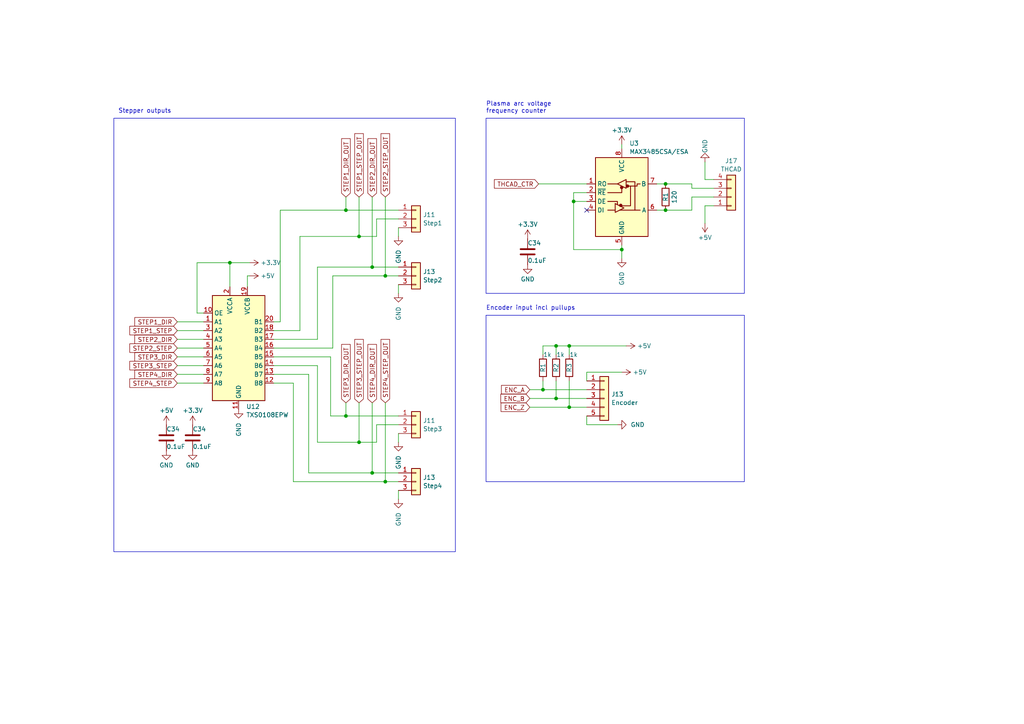
<source format=kicad_sch>
(kicad_sch (version 20230121) (generator eeschema)

  (uuid 39cfbc0c-42ba-4187-8636-700b6ca8f3da)

  (paper "A4")

  (title_block
    (title "MetalMusings EaserCAT 3000")
  )

  (lib_symbols
    (symbol "Connector_Generic:Conn_01x03" (pin_names (offset 1.016) hide) (in_bom yes) (on_board yes)
      (property "Reference" "J" (at 0 5.08 0)
        (effects (font (size 1.27 1.27)))
      )
      (property "Value" "Conn_01x03" (at 0 -5.08 0)
        (effects (font (size 1.27 1.27)))
      )
      (property "Footprint" "" (at 0 0 0)
        (effects (font (size 1.27 1.27)) hide)
      )
      (property "Datasheet" "~" (at 0 0 0)
        (effects (font (size 1.27 1.27)) hide)
      )
      (property "ki_keywords" "connector" (at 0 0 0)
        (effects (font (size 1.27 1.27)) hide)
      )
      (property "ki_description" "Generic connector, single row, 01x03, script generated (kicad-library-utils/schlib/autogen/connector/)" (at 0 0 0)
        (effects (font (size 1.27 1.27)) hide)
      )
      (property "ki_fp_filters" "Connector*:*_1x??_*" (at 0 0 0)
        (effects (font (size 1.27 1.27)) hide)
      )
      (symbol "Conn_01x03_1_1"
        (rectangle (start -1.27 -2.413) (end 0 -2.667)
          (stroke (width 0.1524) (type default))
          (fill (type none))
        )
        (rectangle (start -1.27 0.127) (end 0 -0.127)
          (stroke (width 0.1524) (type default))
          (fill (type none))
        )
        (rectangle (start -1.27 2.667) (end 0 2.413)
          (stroke (width 0.1524) (type default))
          (fill (type none))
        )
        (rectangle (start -1.27 3.81) (end 1.27 -3.81)
          (stroke (width 0.254) (type default))
          (fill (type background))
        )
        (pin passive line (at -5.08 2.54 0) (length 3.81)
          (name "Pin_1" (effects (font (size 1.27 1.27))))
          (number "1" (effects (font (size 1.27 1.27))))
        )
        (pin passive line (at -5.08 0 0) (length 3.81)
          (name "Pin_2" (effects (font (size 1.27 1.27))))
          (number "2" (effects (font (size 1.27 1.27))))
        )
        (pin passive line (at -5.08 -2.54 0) (length 3.81)
          (name "Pin_3" (effects (font (size 1.27 1.27))))
          (number "3" (effects (font (size 1.27 1.27))))
        )
      )
    )
    (symbol "Connector_Generic:Conn_01x04" (pin_names (offset 1.016) hide) (in_bom yes) (on_board yes)
      (property "Reference" "J" (at 0 5.08 0)
        (effects (font (size 1.27 1.27)))
      )
      (property "Value" "Conn_01x04" (at 0 -7.62 0)
        (effects (font (size 1.27 1.27)))
      )
      (property "Footprint" "" (at 0 0 0)
        (effects (font (size 1.27 1.27)) hide)
      )
      (property "Datasheet" "~" (at 0 0 0)
        (effects (font (size 1.27 1.27)) hide)
      )
      (property "ki_keywords" "connector" (at 0 0 0)
        (effects (font (size 1.27 1.27)) hide)
      )
      (property "ki_description" "Generic connector, single row, 01x04, script generated (kicad-library-utils/schlib/autogen/connector/)" (at 0 0 0)
        (effects (font (size 1.27 1.27)) hide)
      )
      (property "ki_fp_filters" "Connector*:*_1x??_*" (at 0 0 0)
        (effects (font (size 1.27 1.27)) hide)
      )
      (symbol "Conn_01x04_1_1"
        (rectangle (start -1.27 -4.953) (end 0 -5.207)
          (stroke (width 0.1524) (type default))
          (fill (type none))
        )
        (rectangle (start -1.27 -2.413) (end 0 -2.667)
          (stroke (width 0.1524) (type default))
          (fill (type none))
        )
        (rectangle (start -1.27 0.127) (end 0 -0.127)
          (stroke (width 0.1524) (type default))
          (fill (type none))
        )
        (rectangle (start -1.27 2.667) (end 0 2.413)
          (stroke (width 0.1524) (type default))
          (fill (type none))
        )
        (rectangle (start -1.27 3.81) (end 1.27 -6.35)
          (stroke (width 0.254) (type default))
          (fill (type background))
        )
        (pin passive line (at -5.08 2.54 0) (length 3.81)
          (name "Pin_1" (effects (font (size 1.27 1.27))))
          (number "1" (effects (font (size 1.27 1.27))))
        )
        (pin passive line (at -5.08 0 0) (length 3.81)
          (name "Pin_2" (effects (font (size 1.27 1.27))))
          (number "2" (effects (font (size 1.27 1.27))))
        )
        (pin passive line (at -5.08 -2.54 0) (length 3.81)
          (name "Pin_3" (effects (font (size 1.27 1.27))))
          (number "3" (effects (font (size 1.27 1.27))))
        )
        (pin passive line (at -5.08 -5.08 0) (length 3.81)
          (name "Pin_4" (effects (font (size 1.27 1.27))))
          (number "4" (effects (font (size 1.27 1.27))))
        )
      )
    )
    (symbol "Connector_Generic:Conn_01x05" (pin_names (offset 1.016) hide) (in_bom yes) (on_board yes)
      (property "Reference" "J" (at 0 7.62 0)
        (effects (font (size 1.27 1.27)))
      )
      (property "Value" "Conn_01x05" (at 0 -7.62 0)
        (effects (font (size 1.27 1.27)))
      )
      (property "Footprint" "" (at 0 0 0)
        (effects (font (size 1.27 1.27)) hide)
      )
      (property "Datasheet" "~" (at 0 0 0)
        (effects (font (size 1.27 1.27)) hide)
      )
      (property "ki_keywords" "connector" (at 0 0 0)
        (effects (font (size 1.27 1.27)) hide)
      )
      (property "ki_description" "Generic connector, single row, 01x05, script generated (kicad-library-utils/schlib/autogen/connector/)" (at 0 0 0)
        (effects (font (size 1.27 1.27)) hide)
      )
      (property "ki_fp_filters" "Connector*:*_1x??_*" (at 0 0 0)
        (effects (font (size 1.27 1.27)) hide)
      )
      (symbol "Conn_01x05_1_1"
        (rectangle (start -1.27 -4.953) (end 0 -5.207)
          (stroke (width 0.1524) (type default))
          (fill (type none))
        )
        (rectangle (start -1.27 -2.413) (end 0 -2.667)
          (stroke (width 0.1524) (type default))
          (fill (type none))
        )
        (rectangle (start -1.27 0.127) (end 0 -0.127)
          (stroke (width 0.1524) (type default))
          (fill (type none))
        )
        (rectangle (start -1.27 2.667) (end 0 2.413)
          (stroke (width 0.1524) (type default))
          (fill (type none))
        )
        (rectangle (start -1.27 5.207) (end 0 4.953)
          (stroke (width 0.1524) (type default))
          (fill (type none))
        )
        (rectangle (start -1.27 6.35) (end 1.27 -6.35)
          (stroke (width 0.254) (type default))
          (fill (type background))
        )
        (pin passive line (at -5.08 5.08 0) (length 3.81)
          (name "Pin_1" (effects (font (size 1.27 1.27))))
          (number "1" (effects (font (size 1.27 1.27))))
        )
        (pin passive line (at -5.08 2.54 0) (length 3.81)
          (name "Pin_2" (effects (font (size 1.27 1.27))))
          (number "2" (effects (font (size 1.27 1.27))))
        )
        (pin passive line (at -5.08 0 0) (length 3.81)
          (name "Pin_3" (effects (font (size 1.27 1.27))))
          (number "3" (effects (font (size 1.27 1.27))))
        )
        (pin passive line (at -5.08 -2.54 0) (length 3.81)
          (name "Pin_4" (effects (font (size 1.27 1.27))))
          (number "4" (effects (font (size 1.27 1.27))))
        )
        (pin passive line (at -5.08 -5.08 0) (length 3.81)
          (name "Pin_5" (effects (font (size 1.27 1.27))))
          (number "5" (effects (font (size 1.27 1.27))))
        )
      )
    )
    (symbol "Device:C" (pin_numbers hide) (pin_names (offset 0.254)) (in_bom yes) (on_board yes)
      (property "Reference" "C" (at 0.635 2.54 0)
        (effects (font (size 1.27 1.27)) (justify left))
      )
      (property "Value" "C" (at 0.635 -2.54 0)
        (effects (font (size 1.27 1.27)) (justify left))
      )
      (property "Footprint" "" (at 0.9652 -3.81 0)
        (effects (font (size 1.27 1.27)) hide)
      )
      (property "Datasheet" "~" (at 0 0 0)
        (effects (font (size 1.27 1.27)) hide)
      )
      (property "ki_keywords" "cap capacitor" (at 0 0 0)
        (effects (font (size 1.27 1.27)) hide)
      )
      (property "ki_description" "Unpolarized capacitor" (at 0 0 0)
        (effects (font (size 1.27 1.27)) hide)
      )
      (property "ki_fp_filters" "C_*" (at 0 0 0)
        (effects (font (size 1.27 1.27)) hide)
      )
      (symbol "C_0_1"
        (polyline
          (pts
            (xy -2.032 -0.762)
            (xy 2.032 -0.762)
          )
          (stroke (width 0.508) (type default))
          (fill (type none))
        )
        (polyline
          (pts
            (xy -2.032 0.762)
            (xy 2.032 0.762)
          )
          (stroke (width 0.508) (type default))
          (fill (type none))
        )
      )
      (symbol "C_1_1"
        (pin passive line (at 0 3.81 270) (length 2.794)
          (name "~" (effects (font (size 1.27 1.27))))
          (number "1" (effects (font (size 1.27 1.27))))
        )
        (pin passive line (at 0 -3.81 90) (length 2.794)
          (name "~" (effects (font (size 1.27 1.27))))
          (number "2" (effects (font (size 1.27 1.27))))
        )
      )
    )
    (symbol "Device:R" (pin_numbers hide) (pin_names (offset 0)) (in_bom yes) (on_board yes)
      (property "Reference" "R" (at 2.032 0 90)
        (effects (font (size 1.27 1.27)))
      )
      (property "Value" "R" (at 0 0 90)
        (effects (font (size 1.27 1.27)))
      )
      (property "Footprint" "" (at -1.778 0 90)
        (effects (font (size 1.27 1.27)) hide)
      )
      (property "Datasheet" "~" (at 0 0 0)
        (effects (font (size 1.27 1.27)) hide)
      )
      (property "ki_keywords" "R res resistor" (at 0 0 0)
        (effects (font (size 1.27 1.27)) hide)
      )
      (property "ki_description" "Resistor" (at 0 0 0)
        (effects (font (size 1.27 1.27)) hide)
      )
      (property "ki_fp_filters" "R_*" (at 0 0 0)
        (effects (font (size 1.27 1.27)) hide)
      )
      (symbol "R_0_1"
        (rectangle (start -1.016 -2.54) (end 1.016 2.54)
          (stroke (width 0.254) (type default))
          (fill (type none))
        )
      )
      (symbol "R_1_1"
        (pin passive line (at 0 3.81 270) (length 1.27)
          (name "~" (effects (font (size 1.27 1.27))))
          (number "1" (effects (font (size 1.27 1.27))))
        )
        (pin passive line (at 0 -3.81 90) (length 1.27)
          (name "~" (effects (font (size 1.27 1.27))))
          (number "2" (effects (font (size 1.27 1.27))))
        )
      )
    )
    (symbol "Interface_UART:MAX3485" (in_bom yes) (on_board yes)
      (property "Reference" "U" (at -6.096 11.43 0)
        (effects (font (size 1.27 1.27)))
      )
      (property "Value" "MAX3485" (at 0.762 11.43 0)
        (effects (font (size 1.27 1.27)) (justify left))
      )
      (property "Footprint" "" (at 0 -17.78 0)
        (effects (font (size 1.27 1.27)) hide)
      )
      (property "Datasheet" "https://datasheets.maximintegrated.com/en/ds/MAX3483-MAX3491.pdf" (at 0 1.27 0)
        (effects (font (size 1.27 1.27)) hide)
      )
      (property "ki_keywords" "RS-485 RS-422 UART line-driver transceiver" (at 0 0 0)
        (effects (font (size 1.27 1.27)) hide)
      )
      (property "ki_description" "True RS-485/RS-422, 10Mbps, Slew-Rate Limited, with low-power shutdown, with receiver/driver enable, 32 receiver drive capacitity, DIP-8 and SOIC-8" (at 0 0 0)
        (effects (font (size 1.27 1.27)) hide)
      )
      (property "ki_fp_filters" "DIP*W7.62mm* SOIC*3.9x4.9mm*P1.27mm*" (at 0 0 0)
        (effects (font (size 1.27 1.27)) hide)
      )
      (symbol "MAX3485_0_1"
        (rectangle (start -7.62 10.16) (end 7.62 -12.7)
          (stroke (width 0.254) (type default))
          (fill (type background))
        )
        (circle (center -0.3048 -3.683) (radius 0.3556)
          (stroke (width 0.254) (type default))
          (fill (type outline))
        )
        (circle (center -0.0254 1.4986) (radius 0.3556)
          (stroke (width 0.254) (type default))
          (fill (type outline))
        )
        (polyline
          (pts
            (xy -4.064 -5.08)
            (xy -1.905 -5.08)
          )
          (stroke (width 0.254) (type default))
          (fill (type none))
        )
        (polyline
          (pts
            (xy -4.064 2.54)
            (xy -1.27 2.54)
          )
          (stroke (width 0.254) (type default))
          (fill (type none))
        )
        (polyline
          (pts
            (xy -1.27 -3.2004)
            (xy -1.27 -3.4544)
          )
          (stroke (width 0.254) (type default))
          (fill (type none))
        )
        (polyline
          (pts
            (xy -0.635 -5.08)
            (xy 5.334 -5.08)
          )
          (stroke (width 0.254) (type default))
          (fill (type none))
        )
        (polyline
          (pts
            (xy -4.064 -2.54)
            (xy -1.27 -2.54)
            (xy -1.27 -3.175)
          )
          (stroke (width 0.254) (type default))
          (fill (type none))
        )
        (polyline
          (pts
            (xy 0 1.27)
            (xy 0 0)
            (xy -4.064 0)
          )
          (stroke (width 0.254) (type default))
          (fill (type none))
        )
        (polyline
          (pts
            (xy 1.27 3.175)
            (xy 3.81 3.175)
            (xy 3.81 -5.08)
          )
          (stroke (width 0.254) (type default))
          (fill (type none))
        )
        (polyline
          (pts
            (xy 2.54 1.905)
            (xy 2.54 -3.81)
            (xy 0 -3.81)
          )
          (stroke (width 0.254) (type default))
          (fill (type none))
        )
        (polyline
          (pts
            (xy -1.905 -3.175)
            (xy -1.905 -5.715)
            (xy 0.635 -4.445)
            (xy -1.905 -3.175)
          )
          (stroke (width 0.254) (type default))
          (fill (type none))
        )
        (polyline
          (pts
            (xy -1.27 2.54)
            (xy 1.27 3.81)
            (xy 1.27 1.27)
            (xy -1.27 2.54)
          )
          (stroke (width 0.254) (type default))
          (fill (type none))
        )
        (polyline
          (pts
            (xy 1.905 1.905)
            (xy 4.445 1.905)
            (xy 4.445 2.54)
            (xy 5.334 2.54)
          )
          (stroke (width 0.254) (type default))
          (fill (type none))
        )
        (rectangle (start 1.27 3.175) (end 1.27 3.175)
          (stroke (width 0) (type default))
          (fill (type none))
        )
        (circle (center 1.651 1.905) (radius 0.3556)
          (stroke (width 0.254) (type default))
          (fill (type outline))
        )
      )
      (symbol "MAX3485_1_1"
        (pin output line (at -10.16 2.54 0) (length 2.54)
          (name "RO" (effects (font (size 1.27 1.27))))
          (number "1" (effects (font (size 1.27 1.27))))
        )
        (pin input line (at -10.16 0 0) (length 2.54)
          (name "~{RE}" (effects (font (size 1.27 1.27))))
          (number "2" (effects (font (size 1.27 1.27))))
        )
        (pin input line (at -10.16 -2.54 0) (length 2.54)
          (name "DE" (effects (font (size 1.27 1.27))))
          (number "3" (effects (font (size 1.27 1.27))))
        )
        (pin input line (at -10.16 -5.08 0) (length 2.54)
          (name "DI" (effects (font (size 1.27 1.27))))
          (number "4" (effects (font (size 1.27 1.27))))
        )
        (pin power_in line (at 0 -15.24 90) (length 2.54)
          (name "GND" (effects (font (size 1.27 1.27))))
          (number "5" (effects (font (size 1.27 1.27))))
        )
        (pin bidirectional line (at 10.16 -5.08 180) (length 2.54)
          (name "A" (effects (font (size 1.27 1.27))))
          (number "6" (effects (font (size 1.27 1.27))))
        )
        (pin bidirectional line (at 10.16 2.54 180) (length 2.54)
          (name "B" (effects (font (size 1.27 1.27))))
          (number "7" (effects (font (size 1.27 1.27))))
        )
        (pin power_in line (at 0 12.7 270) (length 2.54)
          (name "VCC" (effects (font (size 1.27 1.27))))
          (number "8" (effects (font (size 1.27 1.27))))
        )
      )
    )
    (symbol "Logic_LevelTranslator:TXS0108EPW" (in_bom yes) (on_board yes)
      (property "Reference" "U" (at -6.35 16.51 0)
        (effects (font (size 1.27 1.27)))
      )
      (property "Value" "TXS0108EPW" (at 3.81 16.51 0)
        (effects (font (size 1.27 1.27)) (justify left))
      )
      (property "Footprint" "Package_SO:TSSOP-20_4.4x6.5mm_P0.65mm" (at 0 -19.05 0)
        (effects (font (size 1.27 1.27)) hide)
      )
      (property "Datasheet" "www.ti.com/lit/ds/symlink/txs0108e.pdf" (at 0 -2.54 0)
        (effects (font (size 1.27 1.27)) hide)
      )
      (property "ki_keywords" "8-bit" (at 0 0 0)
        (effects (font (size 1.27 1.27)) hide)
      )
      (property "ki_description" "Bidirectional  level-shifting voltage translator, TSSOP-20" (at 0 0 0)
        (effects (font (size 1.27 1.27)) hide)
      )
      (property "ki_fp_filters" "*SSOP*4.4x6.5mm*P0.65mm*" (at 0 0 0)
        (effects (font (size 1.27 1.27)) hide)
      )
      (symbol "TXS0108EPW_0_1"
        (rectangle (start -7.62 15.24) (end 7.62 -15.24)
          (stroke (width 0.254) (type default))
          (fill (type background))
        )
      )
      (symbol "TXS0108EPW_1_1"
        (pin bidirectional line (at -10.16 7.62 0) (length 2.54)
          (name "A1" (effects (font (size 1.27 1.27))))
          (number "1" (effects (font (size 1.27 1.27))))
        )
        (pin input line (at -10.16 10.16 0) (length 2.54)
          (name "OE" (effects (font (size 1.27 1.27))))
          (number "10" (effects (font (size 1.27 1.27))))
        )
        (pin power_in line (at 0 -17.78 90) (length 2.54)
          (name "GND" (effects (font (size 1.27 1.27))))
          (number "11" (effects (font (size 1.27 1.27))))
        )
        (pin bidirectional line (at 10.16 -10.16 180) (length 2.54)
          (name "B8" (effects (font (size 1.27 1.27))))
          (number "12" (effects (font (size 1.27 1.27))))
        )
        (pin bidirectional line (at 10.16 -7.62 180) (length 2.54)
          (name "B7" (effects (font (size 1.27 1.27))))
          (number "13" (effects (font (size 1.27 1.27))))
        )
        (pin bidirectional line (at 10.16 -5.08 180) (length 2.54)
          (name "B6" (effects (font (size 1.27 1.27))))
          (number "14" (effects (font (size 1.27 1.27))))
        )
        (pin bidirectional line (at 10.16 -2.54 180) (length 2.54)
          (name "B5" (effects (font (size 1.27 1.27))))
          (number "15" (effects (font (size 1.27 1.27))))
        )
        (pin bidirectional line (at 10.16 0 180) (length 2.54)
          (name "B4" (effects (font (size 1.27 1.27))))
          (number "16" (effects (font (size 1.27 1.27))))
        )
        (pin bidirectional line (at 10.16 2.54 180) (length 2.54)
          (name "B3" (effects (font (size 1.27 1.27))))
          (number "17" (effects (font (size 1.27 1.27))))
        )
        (pin bidirectional line (at 10.16 5.08 180) (length 2.54)
          (name "B2" (effects (font (size 1.27 1.27))))
          (number "18" (effects (font (size 1.27 1.27))))
        )
        (pin power_in line (at 2.54 17.78 270) (length 2.54)
          (name "VCCB" (effects (font (size 1.27 1.27))))
          (number "19" (effects (font (size 1.27 1.27))))
        )
        (pin power_in line (at -2.54 17.78 270) (length 2.54)
          (name "VCCA" (effects (font (size 1.27 1.27))))
          (number "2" (effects (font (size 1.27 1.27))))
        )
        (pin bidirectional line (at 10.16 7.62 180) (length 2.54)
          (name "B1" (effects (font (size 1.27 1.27))))
          (number "20" (effects (font (size 1.27 1.27))))
        )
        (pin bidirectional line (at -10.16 5.08 0) (length 2.54)
          (name "A2" (effects (font (size 1.27 1.27))))
          (number "3" (effects (font (size 1.27 1.27))))
        )
        (pin bidirectional line (at -10.16 2.54 0) (length 2.54)
          (name "A3" (effects (font (size 1.27 1.27))))
          (number "4" (effects (font (size 1.27 1.27))))
        )
        (pin bidirectional line (at -10.16 0 0) (length 2.54)
          (name "A4" (effects (font (size 1.27 1.27))))
          (number "5" (effects (font (size 1.27 1.27))))
        )
        (pin bidirectional line (at -10.16 -2.54 0) (length 2.54)
          (name "A5" (effects (font (size 1.27 1.27))))
          (number "6" (effects (font (size 1.27 1.27))))
        )
        (pin bidirectional line (at -10.16 -5.08 0) (length 2.54)
          (name "A6" (effects (font (size 1.27 1.27))))
          (number "7" (effects (font (size 1.27 1.27))))
        )
        (pin bidirectional line (at -10.16 -7.62 0) (length 2.54)
          (name "A7" (effects (font (size 1.27 1.27))))
          (number "8" (effects (font (size 1.27 1.27))))
        )
        (pin bidirectional line (at -10.16 -10.16 0) (length 2.54)
          (name "A8" (effects (font (size 1.27 1.27))))
          (number "9" (effects (font (size 1.27 1.27))))
        )
      )
    )
    (symbol "power:+3.3V" (power) (pin_names (offset 0)) (in_bom yes) (on_board yes)
      (property "Reference" "#PWR" (at 0 -3.81 0)
        (effects (font (size 1.27 1.27)) hide)
      )
      (property "Value" "+3.3V" (at 0 3.556 0)
        (effects (font (size 1.27 1.27)))
      )
      (property "Footprint" "" (at 0 0 0)
        (effects (font (size 1.27 1.27)) hide)
      )
      (property "Datasheet" "" (at 0 0 0)
        (effects (font (size 1.27 1.27)) hide)
      )
      (property "ki_keywords" "global power" (at 0 0 0)
        (effects (font (size 1.27 1.27)) hide)
      )
      (property "ki_description" "Power symbol creates a global label with name \"+3.3V\"" (at 0 0 0)
        (effects (font (size 1.27 1.27)) hide)
      )
      (symbol "+3.3V_0_1"
        (polyline
          (pts
            (xy -0.762 1.27)
            (xy 0 2.54)
          )
          (stroke (width 0) (type default))
          (fill (type none))
        )
        (polyline
          (pts
            (xy 0 0)
            (xy 0 2.54)
          )
          (stroke (width 0) (type default))
          (fill (type none))
        )
        (polyline
          (pts
            (xy 0 2.54)
            (xy 0.762 1.27)
          )
          (stroke (width 0) (type default))
          (fill (type none))
        )
      )
      (symbol "+3.3V_1_1"
        (pin power_in line (at 0 0 90) (length 0) hide
          (name "+3.3V" (effects (font (size 1.27 1.27))))
          (number "1" (effects (font (size 1.27 1.27))))
        )
      )
    )
    (symbol "power:+5V" (power) (pin_names (offset 0)) (in_bom yes) (on_board yes)
      (property "Reference" "#PWR" (at 0 -3.81 0)
        (effects (font (size 1.27 1.27)) hide)
      )
      (property "Value" "+5V" (at 0 3.556 0)
        (effects (font (size 1.27 1.27)))
      )
      (property "Footprint" "" (at 0 0 0)
        (effects (font (size 1.27 1.27)) hide)
      )
      (property "Datasheet" "" (at 0 0 0)
        (effects (font (size 1.27 1.27)) hide)
      )
      (property "ki_keywords" "global power" (at 0 0 0)
        (effects (font (size 1.27 1.27)) hide)
      )
      (property "ki_description" "Power symbol creates a global label with name \"+5V\"" (at 0 0 0)
        (effects (font (size 1.27 1.27)) hide)
      )
      (symbol "+5V_0_1"
        (polyline
          (pts
            (xy -0.762 1.27)
            (xy 0 2.54)
          )
          (stroke (width 0) (type default))
          (fill (type none))
        )
        (polyline
          (pts
            (xy 0 0)
            (xy 0 2.54)
          )
          (stroke (width 0) (type default))
          (fill (type none))
        )
        (polyline
          (pts
            (xy 0 2.54)
            (xy 0.762 1.27)
          )
          (stroke (width 0) (type default))
          (fill (type none))
        )
      )
      (symbol "+5V_1_1"
        (pin power_in line (at 0 0 90) (length 0) hide
          (name "+5V" (effects (font (size 1.27 1.27))))
          (number "1" (effects (font (size 1.27 1.27))))
        )
      )
    )
    (symbol "power:GND" (power) (pin_names (offset 0)) (in_bom yes) (on_board yes)
      (property "Reference" "#PWR" (at 0 -6.35 0)
        (effects (font (size 1.27 1.27)) hide)
      )
      (property "Value" "GND" (at 0 -3.81 0)
        (effects (font (size 1.27 1.27)))
      )
      (property "Footprint" "" (at 0 0 0)
        (effects (font (size 1.27 1.27)) hide)
      )
      (property "Datasheet" "" (at 0 0 0)
        (effects (font (size 1.27 1.27)) hide)
      )
      (property "ki_keywords" "global power" (at 0 0 0)
        (effects (font (size 1.27 1.27)) hide)
      )
      (property "ki_description" "Power symbol creates a global label with name \"GND\" , ground" (at 0 0 0)
        (effects (font (size 1.27 1.27)) hide)
      )
      (symbol "GND_0_1"
        (polyline
          (pts
            (xy 0 0)
            (xy 0 -1.27)
            (xy 1.27 -1.27)
            (xy 0 -2.54)
            (xy -1.27 -1.27)
            (xy 0 -1.27)
          )
          (stroke (width 0) (type default))
          (fill (type none))
        )
      )
      (symbol "GND_1_1"
        (pin power_in line (at 0 0 270) (length 0) hide
          (name "GND" (effects (font (size 1.27 1.27))))
          (number "1" (effects (font (size 1.27 1.27))))
        )
      )
    )
  )

  (junction (at 66.675 76.2) (diameter 0) (color 0 0 0 0)
    (uuid 0c48657e-d589-4fbf-ac7b-9cecbb72a4d0)
  )
  (junction (at 111.76 139.7) (diameter 0) (color 0 0 0 0)
    (uuid 0e721998-893c-4dce-965f-728192032f75)
  )
  (junction (at 104.14 68.58) (diameter 0) (color 0 0 0 0)
    (uuid 175c63d4-eeb0-4dca-a399-e2909f2081b9)
  )
  (junction (at 100.33 120.65) (diameter 0) (color 0 0 0 0)
    (uuid 21afe228-40b2-494b-9004-a13a672b2f98)
  )
  (junction (at 180.34 72.39) (diameter 0) (color 0 0 0 0)
    (uuid 37ed323d-92c7-4614-8bc4-d7359e3692c9)
  )
  (junction (at 104.14 128.27) (diameter 0) (color 0 0 0 0)
    (uuid 401ac5f6-d618-4302-9110-b0d82ed6a3e8)
  )
  (junction (at 111.76 80.01) (diameter 0) (color 0 0 0 0)
    (uuid 68069d8b-22c7-4378-8ad3-0fb4cb13f855)
  )
  (junction (at 165.1 100.33) (diameter 0) (color 0 0 0 0)
    (uuid 683d9ab9-e1cb-47bd-9d28-2fb2e97c4118)
  )
  (junction (at 161.29 115.57) (diameter 0) (color 0 0 0 0)
    (uuid 6e1ace0d-16b0-40e5-8264-e1c3817e4e6d)
  )
  (junction (at 193.04 60.96) (diameter 0) (color 0 0 0 0)
    (uuid 76685157-e1d7-4504-815b-8e1e0347929f)
  )
  (junction (at 165.1 118.11) (diameter 0) (color 0 0 0 0)
    (uuid 84b2ca66-6f83-47cf-a342-96a42b1f0948)
  )
  (junction (at 166.37 58.42) (diameter 0) (color 0 0 0 0)
    (uuid 9750e5b1-6a68-43b1-b199-b68a8f0a5bc1)
  )
  (junction (at 161.29 100.33) (diameter 0) (color 0 0 0 0)
    (uuid a719d543-3cd0-4160-a022-0882e04d1c7e)
  )
  (junction (at 107.95 137.16) (diameter 0) (color 0 0 0 0)
    (uuid aa87c021-6bfc-4344-8102-e1b7d058ac5d)
  )
  (junction (at 193.04 53.34) (diameter 0) (color 0 0 0 0)
    (uuid af0394df-e48d-457c-884f-ffd856979ade)
  )
  (junction (at 107.95 77.47) (diameter 0) (color 0 0 0 0)
    (uuid cdaa2af4-6596-4df0-b7b9-21b0136e042f)
  )
  (junction (at 157.48 113.03) (diameter 0) (color 0 0 0 0)
    (uuid ea972e4e-c0af-4e8d-a77c-c97c2f13d033)
  )
  (junction (at 100.33 60.96) (diameter 0) (color 0 0 0 0)
    (uuid feb8b4fd-6ed1-41d6-b09e-7fe343575411)
  )

  (no_connect (at 170.18 60.96) (uuid b55a0831-1f80-4e60-afe5-fbeb09b31fb3))

  (wire (pts (xy 204.47 59.69) (xy 204.47 64.77))
    (stroke (width 0) (type default))
    (uuid 00af1383-82d5-4f44-9bd5-4f00ebe62789)
  )
  (wire (pts (xy 86.995 95.885) (xy 86.995 68.58))
    (stroke (width 0) (type default))
    (uuid 037a3031-15c0-407f-a27c-3ce9ea0e44c8)
  )
  (wire (pts (xy 109.22 128.27) (xy 109.22 123.19))
    (stroke (width 0) (type default))
    (uuid 043d3d54-e00a-4fe3-817d-ee88809e8647)
  )
  (wire (pts (xy 51.435 95.885) (xy 59.055 95.885))
    (stroke (width 0) (type default))
    (uuid 0483916f-ad06-494e-abf3-32c2b3012143)
  )
  (wire (pts (xy 170.18 123.19) (xy 170.18 120.65))
    (stroke (width 0) (type default))
    (uuid 07465d76-73cb-47cf-85b0-a212eeb4c245)
  )
  (wire (pts (xy 51.435 103.505) (xy 59.055 103.505))
    (stroke (width 0) (type default))
    (uuid 0762e0f7-d485-4359-81af-952410a01e73)
  )
  (wire (pts (xy 111.76 116.84) (xy 111.76 139.7))
    (stroke (width 0) (type default))
    (uuid 078ce940-0e71-4c96-87a0-fbeb4d632f86)
  )
  (wire (pts (xy 115.57 82.55) (xy 115.57 85.09))
    (stroke (width 0) (type default))
    (uuid 08028f6c-a86e-4b63-9431-eeac0576cf6e)
  )
  (wire (pts (xy 200.66 57.15) (xy 207.01 57.15))
    (stroke (width 0) (type default))
    (uuid 08fed954-f2cf-45a8-93c5-52d04333503a)
  )
  (wire (pts (xy 79.375 111.125) (xy 85.09 111.125))
    (stroke (width 0) (type default))
    (uuid 0a7260cb-91d6-4d57-a800-00b8319ce1b9)
  )
  (wire (pts (xy 85.09 139.7) (xy 111.76 139.7))
    (stroke (width 0) (type default))
    (uuid 0c65370c-3f9e-4f75-957a-4e592f662f1e)
  )
  (wire (pts (xy 161.29 100.33) (xy 165.1 100.33))
    (stroke (width 0) (type default))
    (uuid 0e8887a4-427f-4e39-bddc-e08029e86fc7)
  )
  (wire (pts (xy 86.995 68.58) (xy 104.14 68.58))
    (stroke (width 0) (type default))
    (uuid 0ec6f497-7d4b-4e30-9f22-e0bce97f22d9)
  )
  (wire (pts (xy 200.66 53.34) (xy 200.66 54.61))
    (stroke (width 0) (type default))
    (uuid 1087bd07-2fbc-4edf-86ca-c7387ed4763a)
  )
  (wire (pts (xy 200.66 57.15) (xy 200.66 60.96))
    (stroke (width 0) (type default))
    (uuid 1165c426-1c99-4aea-8b41-082f9356dd3d)
  )
  (wire (pts (xy 161.29 110.49) (xy 161.29 115.57))
    (stroke (width 0) (type default))
    (uuid 14f4e99a-f84b-4589-ac22-66b0b2ca9c99)
  )
  (wire (pts (xy 51.435 98.425) (xy 59.055 98.425))
    (stroke (width 0) (type default))
    (uuid 1595daf5-fa76-4a02-9419-416091d5decd)
  )
  (wire (pts (xy 107.95 116.84) (xy 107.95 137.16))
    (stroke (width 0) (type default))
    (uuid 173e5b1a-3adc-4184-b830-1250007e23a2)
  )
  (wire (pts (xy 157.48 110.49) (xy 157.48 113.03))
    (stroke (width 0) (type default))
    (uuid 1765b6ab-a3d1-422e-a173-3e2c01e5e4e5)
  )
  (wire (pts (xy 180.34 72.39) (xy 180.34 74.93))
    (stroke (width 0) (type default))
    (uuid 29765ee6-86bc-4065-8694-08441f6c1b80)
  )
  (wire (pts (xy 100.33 120.65) (xy 115.57 120.65))
    (stroke (width 0) (type default))
    (uuid 2c067d49-36a7-44f4-9e39-140f4adc3464)
  )
  (wire (pts (xy 92.075 77.47) (xy 107.95 77.47))
    (stroke (width 0) (type default))
    (uuid 2e2fb15d-f58d-48c7-a596-2a18a5d30cf7)
  )
  (wire (pts (xy 79.375 108.585) (xy 89.535 108.585))
    (stroke (width 0) (type default))
    (uuid 2f4f001d-e182-415d-890e-3f274fad289d)
  )
  (wire (pts (xy 161.29 115.57) (xy 153.67 115.57))
    (stroke (width 0) (type default))
    (uuid 346a236b-d427-4af1-86b5-0caac3e862f5)
  )
  (wire (pts (xy 104.14 116.84) (xy 104.14 128.27))
    (stroke (width 0) (type default))
    (uuid 37828781-0af7-4b77-b426-1696be3d4736)
  )
  (wire (pts (xy 165.1 100.33) (xy 165.1 102.87))
    (stroke (width 0) (type default))
    (uuid 3891e985-b769-492a-b151-43bf81c93efa)
  )
  (wire (pts (xy 100.33 116.84) (xy 100.33 120.65))
    (stroke (width 0) (type default))
    (uuid 3955a344-e1ff-404a-acab-0570e07bb0a1)
  )
  (wire (pts (xy 156.21 53.34) (xy 170.18 53.34))
    (stroke (width 0) (type default))
    (uuid 3c67e0ed-3207-4832-b775-34aded55f1a5)
  )
  (wire (pts (xy 79.375 106.045) (xy 92.075 106.045))
    (stroke (width 0) (type default))
    (uuid 3cbfb8d5-5e5b-4c2a-9a17-fe2bc39eca0b)
  )
  (wire (pts (xy 51.435 106.045) (xy 59.055 106.045))
    (stroke (width 0) (type default))
    (uuid 3fe8ea25-31b0-4d2f-b0f8-c5658374df47)
  )
  (wire (pts (xy 200.66 54.61) (xy 207.01 54.61))
    (stroke (width 0) (type default))
    (uuid 4a1ac9f3-57c5-4ec7-a1ae-7494a6d3b5d6)
  )
  (wire (pts (xy 92.075 98.425) (xy 92.075 77.47))
    (stroke (width 0) (type default))
    (uuid 56920232-2c73-4590-a531-638f8ffc3616)
  )
  (wire (pts (xy 165.1 100.33) (xy 181.61 100.33))
    (stroke (width 0) (type default))
    (uuid 5748ac3c-aa40-4338-91cb-09e7f27e32b9)
  )
  (wire (pts (xy 85.09 139.7) (xy 85.09 111.125))
    (stroke (width 0) (type default))
    (uuid 5c26bcbe-1ad5-4856-9037-323960db955f)
  )
  (wire (pts (xy 204.47 52.07) (xy 207.01 52.07))
    (stroke (width 0) (type default))
    (uuid 5ee11d42-eb8b-4f67-b43e-628265012120)
  )
  (wire (pts (xy 66.675 76.2) (xy 72.39 76.2))
    (stroke (width 0) (type default))
    (uuid 5fd24010-5817-4ded-af94-dda2f4a3b47f)
  )
  (wire (pts (xy 71.755 80.01) (xy 72.39 80.01))
    (stroke (width 0) (type default))
    (uuid 62771908-9bf1-4ccb-ae2c-d4402763b9d7)
  )
  (wire (pts (xy 51.435 93.345) (xy 59.055 93.345))
    (stroke (width 0) (type default))
    (uuid 6521e90b-7839-4f18-8fe1-973415662e99)
  )
  (wire (pts (xy 180.34 72.39) (xy 180.34 71.12))
    (stroke (width 0) (type default))
    (uuid 65e2f924-2e9e-4842-b52b-687fcb487481)
  )
  (wire (pts (xy 96.52 100.965) (xy 96.52 80.01))
    (stroke (width 0) (type default))
    (uuid 65fd5d81-d3d4-4143-9ef6-1b38a287d845)
  )
  (wire (pts (xy 115.57 66.04) (xy 115.57 68.58))
    (stroke (width 0) (type default))
    (uuid 667a2758-9545-4543-a319-7f7c2376f1a9)
  )
  (wire (pts (xy 190.5 53.34) (xy 193.04 53.34))
    (stroke (width 0) (type default))
    (uuid 67537ad1-4e2f-4a32-9765-7ba4875fd098)
  )
  (wire (pts (xy 180.34 107.95) (xy 170.18 107.95))
    (stroke (width 0) (type default))
    (uuid 68ae044d-f4b4-461e-a4d4-8aded6fca61e)
  )
  (wire (pts (xy 79.375 103.505) (xy 95.885 103.505))
    (stroke (width 0) (type default))
    (uuid 6b7151ef-2a31-4b1f-bfa3-e10bdb55c049)
  )
  (wire (pts (xy 51.435 111.125) (xy 59.055 111.125))
    (stroke (width 0) (type default))
    (uuid 6edf1c74-7683-4ed2-947a-8174179d9419)
  )
  (wire (pts (xy 166.37 72.39) (xy 180.34 72.39))
    (stroke (width 0) (type default))
    (uuid 701d7392-eb00-49e3-a9b4-2f6cfa660a9f)
  )
  (wire (pts (xy 95.885 103.505) (xy 95.885 120.65))
    (stroke (width 0) (type default))
    (uuid 7133762e-5203-409e-942c-5a107fbbac87)
  )
  (wire (pts (xy 92.075 106.045) (xy 92.075 128.27))
    (stroke (width 0) (type default))
    (uuid 71b0795e-c9b6-4a7f-9ed1-f85f53bb75ee)
  )
  (wire (pts (xy 57.15 76.2) (xy 66.675 76.2))
    (stroke (width 0) (type default))
    (uuid 71cf7d70-7c8c-47b4-927b-e9b67e69a973)
  )
  (wire (pts (xy 161.29 100.33) (xy 161.29 102.87))
    (stroke (width 0) (type default))
    (uuid 7240d9a2-cd01-449e-a8d4-b8312f71888b)
  )
  (wire (pts (xy 57.15 90.805) (xy 57.15 76.2))
    (stroke (width 0) (type default))
    (uuid 724353be-63b3-4a35-8252-aaf54c72c452)
  )
  (wire (pts (xy 109.22 63.5) (xy 115.57 63.5))
    (stroke (width 0) (type default))
    (uuid 741bbac1-e4f6-4a7a-981d-f94e05c7f95a)
  )
  (wire (pts (xy 170.18 107.95) (xy 170.18 110.49))
    (stroke (width 0) (type default))
    (uuid 7487b653-b62e-4c0e-a468-027f8168bddd)
  )
  (wire (pts (xy 111.76 80.01) (xy 115.57 80.01))
    (stroke (width 0) (type default))
    (uuid 75fffc53-e75e-4137-a154-881ba0891d90)
  )
  (wire (pts (xy 166.37 55.88) (xy 170.18 55.88))
    (stroke (width 0) (type default))
    (uuid 77cf8b9e-f61b-43bd-966b-ccf86cac9fe0)
  )
  (wire (pts (xy 204.47 59.69) (xy 207.01 59.69))
    (stroke (width 0) (type default))
    (uuid 78c4d81a-8cd7-4204-b127-67d702515bb3)
  )
  (wire (pts (xy 81.28 93.345) (xy 81.28 60.96))
    (stroke (width 0) (type default))
    (uuid 798f28cd-e3f0-4125-b1de-b1dd84e3adb8)
  )
  (wire (pts (xy 193.04 60.96) (xy 200.66 60.96))
    (stroke (width 0) (type default))
    (uuid 79ce384e-42f7-4583-b45c-c95ccbf35a3b)
  )
  (wire (pts (xy 100.33 60.96) (xy 115.57 60.96))
    (stroke (width 0) (type default))
    (uuid 7ac8c7c5-2472-4724-ada8-cb09f306e062)
  )
  (wire (pts (xy 157.48 100.33) (xy 161.29 100.33))
    (stroke (width 0) (type default))
    (uuid 82e19398-256d-4a5d-95f6-8d89bb99d114)
  )
  (wire (pts (xy 95.885 120.65) (xy 100.33 120.65))
    (stroke (width 0) (type default))
    (uuid 85607c3d-6555-469b-92c8-5628252f2e02)
  )
  (wire (pts (xy 111.76 139.7) (xy 115.57 139.7))
    (stroke (width 0) (type default))
    (uuid 8624041c-8ded-4587-898c-3c4258093edc)
  )
  (wire (pts (xy 165.1 110.49) (xy 165.1 118.11))
    (stroke (width 0) (type default))
    (uuid 874630da-7c87-493c-8c1f-33ae31cec068)
  )
  (wire (pts (xy 92.075 128.27) (xy 104.14 128.27))
    (stroke (width 0) (type default))
    (uuid 8c11a82e-eba8-45f4-9886-3cc37bf661f5)
  )
  (wire (pts (xy 193.04 53.34) (xy 200.66 53.34))
    (stroke (width 0) (type default))
    (uuid 91882306-e347-4452-8954-3a8d5ff67410)
  )
  (wire (pts (xy 59.055 90.805) (xy 57.15 90.805))
    (stroke (width 0) (type default))
    (uuid 92a12963-9327-4c95-a0b2-50cbf8c7622c)
  )
  (wire (pts (xy 79.375 100.965) (xy 96.52 100.965))
    (stroke (width 0) (type default))
    (uuid 97b6e089-4f09-43a0-b5dd-0128206dd3ac)
  )
  (wire (pts (xy 115.57 77.47) (xy 107.95 77.47))
    (stroke (width 0) (type default))
    (uuid 98aa396d-380f-4ccb-9efc-2c7b82e05b9c)
  )
  (wire (pts (xy 190.5 60.96) (xy 193.04 60.96))
    (stroke (width 0) (type default))
    (uuid 9b895c16-54a7-428f-9102-5c2b51260af6)
  )
  (wire (pts (xy 165.1 118.11) (xy 153.67 118.11))
    (stroke (width 0) (type default))
    (uuid 9ce04e83-12fb-4e42-b9aa-23fb51d4d678)
  )
  (wire (pts (xy 179.07 123.19) (xy 170.18 123.19))
    (stroke (width 0) (type default))
    (uuid 9d78bb40-c999-4193-af4c-de9f9b1e9071)
  )
  (wire (pts (xy 89.535 137.16) (xy 107.95 137.16))
    (stroke (width 0) (type default))
    (uuid 9ff5c325-911f-4141-9696-93846ca8a4aa)
  )
  (wire (pts (xy 104.14 128.27) (xy 109.22 128.27))
    (stroke (width 0) (type default))
    (uuid a23a6a76-5e3c-4e97-8f8c-a958314a95bb)
  )
  (wire (pts (xy 51.435 100.965) (xy 59.055 100.965))
    (stroke (width 0) (type default))
    (uuid a64869e2-b137-4477-8caf-f9231b53a260)
  )
  (wire (pts (xy 161.29 115.57) (xy 170.18 115.57))
    (stroke (width 0) (type default))
    (uuid a8a1cdd0-f2df-4bed-9467-60e1f2ae75a6)
  )
  (wire (pts (xy 71.755 83.185) (xy 71.755 80.01))
    (stroke (width 0) (type default))
    (uuid ab8536fe-c8a9-490e-a12e-61cb392885bb)
  )
  (wire (pts (xy 107.95 57.15) (xy 107.95 77.47))
    (stroke (width 0) (type default))
    (uuid ab93f39d-436f-49c8-b87c-c5f7f0b52f28)
  )
  (wire (pts (xy 157.48 113.03) (xy 153.67 113.03))
    (stroke (width 0) (type default))
    (uuid adba600e-d6ce-46b2-b8e6-83557370e0c7)
  )
  (wire (pts (xy 79.375 93.345) (xy 81.28 93.345))
    (stroke (width 0) (type default))
    (uuid aeb34936-dd40-45a8-adb6-45c356d72946)
  )
  (wire (pts (xy 104.14 68.58) (xy 109.22 68.58))
    (stroke (width 0) (type default))
    (uuid b258a07a-5a63-4ad6-9b50-b19485c6dd2e)
  )
  (wire (pts (xy 79.375 95.885) (xy 86.995 95.885))
    (stroke (width 0) (type default))
    (uuid b331a1bf-1215-4e1f-bc31-b5f9e9494612)
  )
  (wire (pts (xy 115.57 142.24) (xy 115.57 144.78))
    (stroke (width 0) (type default))
    (uuid b41398e8-bcef-4627-aa66-983167b430bc)
  )
  (wire (pts (xy 96.52 80.01) (xy 111.76 80.01))
    (stroke (width 0) (type default))
    (uuid b536a6ce-f23d-4735-8e45-f90b23941ea8)
  )
  (wire (pts (xy 170.18 58.42) (xy 166.37 58.42))
    (stroke (width 0) (type default))
    (uuid c4414625-f8ab-4fe9-9547-0ac0a19b7ee2)
  )
  (wire (pts (xy 157.48 113.03) (xy 170.18 113.03))
    (stroke (width 0) (type default))
    (uuid c6ed94ae-56fc-4cb8-99e7-60caac5ae8b6)
  )
  (wire (pts (xy 180.34 41.91) (xy 180.34 43.18))
    (stroke (width 0) (type default))
    (uuid c7a809a0-2c2e-4ba3-b292-083547343fab)
  )
  (wire (pts (xy 81.28 60.96) (xy 100.33 60.96))
    (stroke (width 0) (type default))
    (uuid cdc49aea-2841-43ba-8e7a-08e51e652192)
  )
  (wire (pts (xy 111.76 57.15) (xy 111.76 80.01))
    (stroke (width 0) (type default))
    (uuid cdfb1119-918d-444f-b066-8594b11632ef)
  )
  (wire (pts (xy 166.37 58.42) (xy 166.37 55.88))
    (stroke (width 0) (type default))
    (uuid dba83adf-b5b3-4e96-b1cb-a712fed941c7)
  )
  (wire (pts (xy 66.675 76.2) (xy 66.675 83.185))
    (stroke (width 0) (type default))
    (uuid dc1990a3-0fbc-4ee7-a8ac-b8af31ad550b)
  )
  (wire (pts (xy 100.33 57.15) (xy 100.33 60.96))
    (stroke (width 0) (type default))
    (uuid e2ed06ce-42ad-4d15-9a40-4e8aa672d2ee)
  )
  (wire (pts (xy 166.37 58.42) (xy 166.37 72.39))
    (stroke (width 0) (type default))
    (uuid e4a8126a-f78d-4164-a25f-a40b85ea86f1)
  )
  (wire (pts (xy 115.57 125.73) (xy 115.57 128.27))
    (stroke (width 0) (type default))
    (uuid e5328e0a-631b-49c5-9ae5-25f3b987eadb)
  )
  (wire (pts (xy 51.435 108.585) (xy 59.055 108.585))
    (stroke (width 0) (type default))
    (uuid e6396607-07b0-4164-8e07-ba7445b5946e)
  )
  (wire (pts (xy 104.14 57.15) (xy 104.14 68.58))
    (stroke (width 0) (type default))
    (uuid e64ace11-450d-42c5-8299-161116e22719)
  )
  (wire (pts (xy 170.18 118.11) (xy 165.1 118.11))
    (stroke (width 0) (type default))
    (uuid e863041d-0244-4011-b022-ad7529d08168)
  )
  (wire (pts (xy 109.22 68.58) (xy 109.22 63.5))
    (stroke (width 0) (type default))
    (uuid eb07b2a7-a442-4f67-858f-2b4b053388be)
  )
  (wire (pts (xy 79.375 98.425) (xy 92.075 98.425))
    (stroke (width 0) (type default))
    (uuid ed23b341-a7fe-487e-991e-058c4249b889)
  )
  (wire (pts (xy 115.57 137.16) (xy 107.95 137.16))
    (stroke (width 0) (type default))
    (uuid ee2ff283-4edb-4673-a116-06b07e6c35e9)
  )
  (wire (pts (xy 109.22 123.19) (xy 115.57 123.19))
    (stroke (width 0) (type default))
    (uuid eed79582-b396-4bb8-9656-2ffbb9a92860)
  )
  (wire (pts (xy 89.535 108.585) (xy 89.535 137.16))
    (stroke (width 0) (type default))
    (uuid f61aa958-0571-4d45-b31d-f8ce12f03497)
  )
  (wire (pts (xy 157.48 102.87) (xy 157.48 100.33))
    (stroke (width 0) (type default))
    (uuid f79f6141-fa96-4ed9-b318-53b0121d9427)
  )
  (wire (pts (xy 204.47 46.99) (xy 204.47 52.07))
    (stroke (width 0) (type default))
    (uuid f88b9819-a59a-4a07-be5c-5c521a95b3e7)
  )

  (rectangle (start 140.97 91.44) (end 215.9 139.7)
    (stroke (width 0) (type default))
    (fill (type none))
    (uuid 3ef8750f-6ace-4837-84fb-a688f448b3d1)
  )
  (rectangle (start 33.02 34.29) (end 132.08 160.02)
    (stroke (width 0) (type default))
    (fill (type none))
    (uuid da793583-4fa8-4d67-8c7e-823927d81327)
  )
  (rectangle (start 140.97 34.29) (end 215.9 85.09)
    (stroke (width 0) (type default))
    (fill (type none))
    (uuid ef5e87c3-cfa9-4773-afea-02daefed5b2d)
  )

  (text "Encoder input incl pullups" (at 140.97 90.17 0)
    (effects (font (size 1.27 1.27)) (justify left bottom))
    (uuid 0a450fc2-315a-40b5-9e58-cb323b5c5146)
  )
  (text "Plasma arc voltage\nfrequency counter" (at 140.97 33.02 0)
    (effects (font (size 1.27 1.27)) (justify left bottom))
    (uuid 26ccf782-2512-4136-834b-a8259a64e61a)
  )
  (text "Stepper outputs" (at 34.29 33.02 0)
    (effects (font (size 1.27 1.27)) (justify left bottom))
    (uuid e33fc6fd-d211-499e-a50f-b34f06235ac4)
  )

  (global_label "STEP2_DIR" (shape input) (at 51.435 98.425 180) (fields_autoplaced)
    (effects (font (size 1.27 1.27)) (justify right))
    (uuid 077b7921-7123-48ab-a1a1-220430f97d96)
    (property "Intersheetrefs" "${INTERSHEET_REFS}" (at 38.5318 98.425 0)
      (effects (font (size 1.27 1.27)) (justify right) hide)
    )
  )
  (global_label "STEP4_STEP" (shape input) (at 51.435 111.125 180) (fields_autoplaced)
    (effects (font (size 1.27 1.27)) (justify right))
    (uuid 1a5845dd-d267-4105-a125-df987fc219e7)
    (property "Intersheetrefs" "${INTERSHEET_REFS}" (at 37.0805 111.125 0)
      (effects (font (size 1.27 1.27)) (justify right) hide)
    )
  )
  (global_label "STEP3_DIR" (shape input) (at 51.435 103.505 180) (fields_autoplaced)
    (effects (font (size 1.27 1.27)) (justify right))
    (uuid 460bc270-d6b6-4188-bbad-86b499c710d5)
    (property "Intersheetrefs" "${INTERSHEET_REFS}" (at 38.5318 103.505 0)
      (effects (font (size 1.27 1.27)) (justify right) hide)
    )
  )
  (global_label "STEP2_STEP_OUT" (shape input) (at 111.76 57.15 90) (fields_autoplaced)
    (effects (font (size 1.27 1.27)) (justify left))
    (uuid 4b979f9f-f47c-4389-ab98-e5e9e0cbb50c)
    (property "Intersheetrefs" "${INTERSHEET_REFS}" (at 111.76 38.1993 90)
      (effects (font (size 1.27 1.27)) (justify left) hide)
    )
  )
  (global_label "STEP3_DIR_OUT" (shape input) (at 100.33 116.84 90) (fields_autoplaced)
    (effects (font (size 1.27 1.27)) (justify left))
    (uuid 52623fab-52b0-441b-9c38-b40a38853274)
    (property "Intersheetrefs" "${INTERSHEET_REFS}" (at 100.33 99.3406 90)
      (effects (font (size 1.27 1.27)) (justify left) hide)
    )
  )
  (global_label "THCAD_CTR" (shape input) (at 156.21 53.34 180) (fields_autoplaced)
    (effects (font (size 1.27 1.27)) (justify right))
    (uuid 52edb694-9ef0-41bf-8f8f-5d5a44928106)
    (property "Intersheetrefs" "${INTERSHEET_REFS}" (at 142.8229 53.34 0)
      (effects (font (size 1.27 1.27)) (justify right) hide)
    )
  )
  (global_label "STEP3_STEP" (shape input) (at 51.435 106.045 180) (fields_autoplaced)
    (effects (font (size 1.27 1.27)) (justify right))
    (uuid 584961ac-94a0-4d1a-b8c4-4d08104ae0e9)
    (property "Intersheetrefs" "${INTERSHEET_REFS}" (at 37.0805 106.045 0)
      (effects (font (size 1.27 1.27)) (justify right) hide)
    )
  )
  (global_label "STEP4_DIR_OUT" (shape input) (at 107.95 116.84 90) (fields_autoplaced)
    (effects (font (size 1.27 1.27)) (justify left))
    (uuid 5bb107fe-d6e9-4532-a464-a600aba324f5)
    (property "Intersheetrefs" "${INTERSHEET_REFS}" (at 107.95 99.3406 90)
      (effects (font (size 1.27 1.27)) (justify left) hide)
    )
  )
  (global_label "STEP1_STEP_OUT" (shape input) (at 104.14 57.15 90) (fields_autoplaced)
    (effects (font (size 1.27 1.27)) (justify left))
    (uuid 7411874e-a21d-416f-983d-5339d5130a2b)
    (property "Intersheetrefs" "${INTERSHEET_REFS}" (at 104.14 38.1993 90)
      (effects (font (size 1.27 1.27)) (justify left) hide)
    )
  )
  (global_label "STEP2_DIR_OUT" (shape input) (at 107.95 57.15 90) (fields_autoplaced)
    (effects (font (size 1.27 1.27)) (justify left))
    (uuid 74523e49-5eb4-4acb-9b49-395a8b850de4)
    (property "Intersheetrefs" "${INTERSHEET_REFS}" (at 107.95 39.6506 90)
      (effects (font (size 1.27 1.27)) (justify left) hide)
    )
  )
  (global_label "STEP1_DIR_OUT" (shape input) (at 100.33 57.15 90) (fields_autoplaced)
    (effects (font (size 1.27 1.27)) (justify left))
    (uuid 76fffac2-a795-445a-a00c-022d8974f943)
    (property "Intersheetrefs" "${INTERSHEET_REFS}" (at 100.33 39.6506 90)
      (effects (font (size 1.27 1.27)) (justify left) hide)
    )
  )
  (global_label "ENC_Z" (shape input) (at 153.67 118.11 180) (fields_autoplaced)
    (effects (font (size 1.27 1.27)) (justify right))
    (uuid 852483f3-8a5f-42b9-8e62-cd77d8cefcf5)
    (property "Intersheetrefs" "${INTERSHEET_REFS}" (at 144.7582 118.11 0)
      (effects (font (size 1.27 1.27)) (justify right) hide)
    )
  )
  (global_label "STEP3_STEP_OUT" (shape input) (at 104.14 116.84 90) (fields_autoplaced)
    (effects (font (size 1.27 1.27)) (justify left))
    (uuid 8869f3a6-b61f-46a3-a839-ec388b7c180e)
    (property "Intersheetrefs" "${INTERSHEET_REFS}" (at 104.14 97.8893 90)
      (effects (font (size 1.27 1.27)) (justify left) hide)
    )
  )
  (global_label "STEP2_STEP" (shape input) (at 51.435 100.965 180) (fields_autoplaced)
    (effects (font (size 1.27 1.27)) (justify right))
    (uuid a13ada29-ef31-4669-a939-8dda08832886)
    (property "Intersheetrefs" "${INTERSHEET_REFS}" (at 37.0805 100.965 0)
      (effects (font (size 1.27 1.27)) (justify right) hide)
    )
  )
  (global_label "STEP1_STEP" (shape input) (at 51.435 95.885 180) (fields_autoplaced)
    (effects (font (size 1.27 1.27)) (justify right))
    (uuid a3d08049-78e9-4840-a92c-efb2d293fdea)
    (property "Intersheetrefs" "${INTERSHEET_REFS}" (at 37.0805 95.885 0)
      (effects (font (size 1.27 1.27)) (justify right) hide)
    )
  )
  (global_label "STEP4_STEP_OUT" (shape input) (at 111.76 116.84 90) (fields_autoplaced)
    (effects (font (size 1.27 1.27)) (justify left))
    (uuid aec7f1d8-2ad0-4466-b943-75438af421a3)
    (property "Intersheetrefs" "${INTERSHEET_REFS}" (at 111.76 97.8893 90)
      (effects (font (size 1.27 1.27)) (justify left) hide)
    )
  )
  (global_label "STEP4_DIR" (shape input) (at 51.435 108.585 180) (fields_autoplaced)
    (effects (font (size 1.27 1.27)) (justify right))
    (uuid bc176d1b-11b8-4914-8d8c-b637f4c4dc61)
    (property "Intersheetrefs" "${INTERSHEET_REFS}" (at 38.5318 108.585 0)
      (effects (font (size 1.27 1.27)) (justify right) hide)
    )
  )
  (global_label "ENC_B" (shape input) (at 153.67 115.57 180) (fields_autoplaced)
    (effects (font (size 1.27 1.27)) (justify right))
    (uuid cd2d6c2e-71cf-44b3-a30b-15619489a54b)
    (property "Intersheetrefs" "${INTERSHEET_REFS}" (at 144.6977 115.57 0)
      (effects (font (size 1.27 1.27)) (justify right) hide)
    )
  )
  (global_label "ENC_A" (shape input) (at 153.67 113.03 180) (fields_autoplaced)
    (effects (font (size 1.27 1.27)) (justify right))
    (uuid cf550e5f-a4f4-4c54-a785-5765538467fa)
    (property "Intersheetrefs" "${INTERSHEET_REFS}" (at 144.8791 113.03 0)
      (effects (font (size 1.27 1.27)) (justify right) hide)
    )
  )
  (global_label "STEP1_DIR" (shape input) (at 51.435 93.345 180) (fields_autoplaced)
    (effects (font (size 1.27 1.27)) (justify right))
    (uuid d5591cf3-12d9-412f-8329-ebcb1263de92)
    (property "Intersheetrefs" "${INTERSHEET_REFS}" (at 38.5318 93.345 0)
      (effects (font (size 1.27 1.27)) (justify right) hide)
    )
  )

  (symbol (lib_id "power:GND") (at 115.57 128.27 0) (unit 1)
    (in_bom yes) (on_board yes) (dnp no)
    (uuid 09772107-282b-4ccd-824c-96baf78c93f9)
    (property "Reference" "#PWR?" (at 115.57 134.62 0)
      (effects (font (size 1.27 1.27)) hide)
    )
    (property "Value" "GND" (at 115.57 132.08 90)
      (effects (font (size 1.27 1.27)) (justify right))
    )
    (property "Footprint" "" (at 115.57 128.27 0)
      (effects (font (size 1.27 1.27)) hide)
    )
    (property "Datasheet" "" (at 115.57 128.27 0)
      (effects (font (size 1.27 1.27)) hide)
    )
    (pin "1" (uuid fe4970a1-c47d-4245-b796-5021f0ef5431))
    (instances
      (project "Ax58100-stm32-ethercat"
        (path "/5597aedc-b607-407f-bbfd-31b3b298ecb1/d564400f-40ba-4aca-9c2a-14ec52a8353b"
          (reference "#PWR?") (unit 1)
        )
        (path "/5597aedc-b607-407f-bbfd-31b3b298ecb1/0a376a6c-0f15-42f8-81f6-3a55619be267"
          (reference "#PWR069") (unit 1)
        )
        (path "/5597aedc-b607-407f-bbfd-31b3b298ecb1/cd91a270-7393-4003-91a3-e42304da540b"
          (reference "#PWR0128") (unit 1)
        )
      )
    )
  )

  (symbol (lib_id "power:+3.3V") (at 55.88 123.19 0) (unit 1)
    (in_bom yes) (on_board yes) (dnp no) (fields_autoplaced)
    (uuid 1036cc87-1f57-4534-8ae7-9d107d499233)
    (property "Reference" "#PWR?" (at 55.88 127 0)
      (effects (font (size 1.27 1.27)) hide)
    )
    (property "Value" "+3.3V" (at 55.88 119.0569 0)
      (effects (font (size 1.27 1.27)))
    )
    (property "Footprint" "" (at 55.88 123.19 0)
      (effects (font (size 1.27 1.27)) hide)
    )
    (property "Datasheet" "" (at 55.88 123.19 0)
      (effects (font (size 1.27 1.27)) hide)
    )
    (pin "1" (uuid 9ba7041a-994e-48eb-9d66-f547ba30e627))
    (instances
      (project "Ax58100-stm32-ethercat"
        (path "/5597aedc-b607-407f-bbfd-31b3b298ecb1/d564400f-40ba-4aca-9c2a-14ec52a8353b"
          (reference "#PWR?") (unit 1)
        )
        (path "/5597aedc-b607-407f-bbfd-31b3b298ecb1/0a376a6c-0f15-42f8-81f6-3a55619be267"
          (reference "#PWR0106") (unit 1)
        )
        (path "/5597aedc-b607-407f-bbfd-31b3b298ecb1/cd91a270-7393-4003-91a3-e42304da540b"
          (reference "#PWR0108") (unit 1)
        )
      )
    )
  )

  (symbol (lib_id "Device:R") (at 193.04 57.15 180) (unit 1)
    (in_bom yes) (on_board yes) (dnp no)
    (uuid 1dac5abc-55dc-4384-8b44-0dcaff62638c)
    (property "Reference" "R1" (at 193.04 57.15 90)
      (effects (font (size 1.27 1.27)))
    )
    (property "Value" "120" (at 195.58 57.15 90)
      (effects (font (size 1.27 1.27)))
    )
    (property "Footprint" "Resistor_SMD:R_0805_2012Metric" (at 194.818 57.15 90)
      (effects (font (size 1.27 1.27)) hide)
    )
    (property "Datasheet" "~" (at 193.04 57.15 0)
      (effects (font (size 1.27 1.27)) hide)
    )
    (pin "1" (uuid f45addb3-5c74-4f9d-855e-d0f4a458a3f7))
    (pin "2" (uuid cea79c0d-0bd1-4cac-af06-576c7c05ed00))
    (instances
      (project "Ax58100-stm32-ethercat"
        (path "/5597aedc-b607-407f-bbfd-31b3b298ecb1/0a376a6c-0f15-42f8-81f6-3a55619be267"
          (reference "R1") (unit 1)
        )
        (path "/5597aedc-b607-407f-bbfd-31b3b298ecb1/cd91a270-7393-4003-91a3-e42304da540b"
          (reference "R5") (unit 1)
        )
      )
    )
  )

  (symbol (lib_id "power:+3.3V") (at 72.39 76.2 270) (unit 1)
    (in_bom yes) (on_board yes) (dnp no) (fields_autoplaced)
    (uuid 1f8e9e57-5f04-4ad4-ac3a-9b21bd6c121c)
    (property "Reference" "#PWR?" (at 68.58 76.2 0)
      (effects (font (size 1.27 1.27)) hide)
    )
    (property "Value" "+3.3V" (at 75.565 76.2 90)
      (effects (font (size 1.27 1.27)) (justify left))
    )
    (property "Footprint" "" (at 72.39 76.2 0)
      (effects (font (size 1.27 1.27)) hide)
    )
    (property "Datasheet" "" (at 72.39 76.2 0)
      (effects (font (size 1.27 1.27)) hide)
    )
    (pin "1" (uuid 8ec660bd-f7dc-48d6-a813-d3b1316efc79))
    (instances
      (project "Ax58100-stm32-ethercat"
        (path "/5597aedc-b607-407f-bbfd-31b3b298ecb1/d564400f-40ba-4aca-9c2a-14ec52a8353b"
          (reference "#PWR?") (unit 1)
        )
        (path "/5597aedc-b607-407f-bbfd-31b3b298ecb1/0a376a6c-0f15-42f8-81f6-3a55619be267"
          (reference "#PWR0106") (unit 1)
        )
        (path "/5597aedc-b607-407f-bbfd-31b3b298ecb1/cd91a270-7393-4003-91a3-e42304da540b"
          (reference "#PWR072") (unit 1)
        )
      )
    )
  )

  (symbol (lib_id "power:+5V") (at 48.26 123.19 0) (unit 1)
    (in_bom yes) (on_board yes) (dnp no) (fields_autoplaced)
    (uuid 23e37348-ef17-4499-ac71-ad1fa430b9c4)
    (property "Reference" "#PWR?" (at 48.26 127 0)
      (effects (font (size 1.27 1.27)) hide)
    )
    (property "Value" "+5V" (at 48.26 119.0569 0)
      (effects (font (size 1.27 1.27)))
    )
    (property "Footprint" "" (at 48.26 123.19 0)
      (effects (font (size 1.27 1.27)) hide)
    )
    (property "Datasheet" "" (at 48.26 123.19 0)
      (effects (font (size 1.27 1.27)) hide)
    )
    (pin "1" (uuid 3c097995-3f82-437a-bfa1-c5a49cef11af))
    (instances
      (project "Ax58100-stm32-ethercat"
        (path "/5597aedc-b607-407f-bbfd-31b3b298ecb1/d564400f-40ba-4aca-9c2a-14ec52a8353b"
          (reference "#PWR?") (unit 1)
        )
        (path "/5597aedc-b607-407f-bbfd-31b3b298ecb1/0a376a6c-0f15-42f8-81f6-3a55619be267"
          (reference "#PWR0123") (unit 1)
        )
        (path "/5597aedc-b607-407f-bbfd-31b3b298ecb1/cd91a270-7393-4003-91a3-e42304da540b"
          (reference "#PWR0116") (unit 1)
        )
      )
    )
  )

  (symbol (lib_id "power:GND") (at 115.57 144.78 0) (unit 1)
    (in_bom yes) (on_board yes) (dnp no)
    (uuid 2dd93720-1c0c-4195-891a-465e38d9d7e7)
    (property "Reference" "#PWR?" (at 115.57 151.13 0)
      (effects (font (size 1.27 1.27)) hide)
    )
    (property "Value" "GND" (at 115.57 148.59 90)
      (effects (font (size 1.27 1.27)) (justify right))
    )
    (property "Footprint" "" (at 115.57 144.78 0)
      (effects (font (size 1.27 1.27)) hide)
    )
    (property "Datasheet" "" (at 115.57 144.78 0)
      (effects (font (size 1.27 1.27)) hide)
    )
    (pin "1" (uuid 24ebff87-d478-49cf-af37-3ab964950b11))
    (instances
      (project "Ax58100-stm32-ethercat"
        (path "/5597aedc-b607-407f-bbfd-31b3b298ecb1/d564400f-40ba-4aca-9c2a-14ec52a8353b"
          (reference "#PWR?") (unit 1)
        )
        (path "/5597aedc-b607-407f-bbfd-31b3b298ecb1/0a376a6c-0f15-42f8-81f6-3a55619be267"
          (reference "#PWR072") (unit 1)
        )
        (path "/5597aedc-b607-407f-bbfd-31b3b298ecb1/cd91a270-7393-4003-91a3-e42304da540b"
          (reference "#PWR0129") (unit 1)
        )
      )
    )
  )

  (symbol (lib_id "power:+5V") (at 180.34 107.95 270) (unit 1)
    (in_bom yes) (on_board yes) (dnp no) (fields_autoplaced)
    (uuid 3046d5c1-d11b-46c4-bfe3-a27f58ea13aa)
    (property "Reference" "#PWR?" (at 176.53 107.95 0)
      (effects (font (size 1.27 1.27)) hide)
    )
    (property "Value" "+5V" (at 183.515 107.95 90)
      (effects (font (size 1.27 1.27)) (justify left))
    )
    (property "Footprint" "" (at 180.34 107.95 0)
      (effects (font (size 1.27 1.27)) hide)
    )
    (property "Datasheet" "" (at 180.34 107.95 0)
      (effects (font (size 1.27 1.27)) hide)
    )
    (pin "1" (uuid 615cb663-895d-47bb-a797-72ddf20984d9))
    (instances
      (project "Ax58100-stm32-ethercat"
        (path "/5597aedc-b607-407f-bbfd-31b3b298ecb1/d564400f-40ba-4aca-9c2a-14ec52a8353b"
          (reference "#PWR?") (unit 1)
        )
        (path "/5597aedc-b607-407f-bbfd-31b3b298ecb1/0a376a6c-0f15-42f8-81f6-3a55619be267"
          (reference "#PWR0114") (unit 1)
        )
        (path "/5597aedc-b607-407f-bbfd-31b3b298ecb1/cd91a270-7393-4003-91a3-e42304da540b"
          (reference "#PWR0114") (unit 1)
        )
      )
    )
  )

  (symbol (lib_id "Device:R") (at 157.48 106.68 180) (unit 1)
    (in_bom yes) (on_board yes) (dnp no)
    (uuid 3446d601-b435-46b4-832e-d6c880b3d69f)
    (property "Reference" "R1" (at 157.48 106.68 90)
      (effects (font (size 1.27 1.27)))
    )
    (property "Value" "1k" (at 158.75 102.87 0)
      (effects (font (size 1.27 1.27)))
    )
    (property "Footprint" "Resistor_SMD:R_0805_2012Metric" (at 159.258 106.68 90)
      (effects (font (size 1.27 1.27)) hide)
    )
    (property "Datasheet" "~" (at 157.48 106.68 0)
      (effects (font (size 1.27 1.27)) hide)
    )
    (pin "1" (uuid bcca4bba-8a7e-48a1-bb43-1d9da80508f2))
    (pin "2" (uuid faa3bece-9eb5-4250-b910-c5c2fb13598b))
    (instances
      (project "Ax58100-stm32-ethercat"
        (path "/5597aedc-b607-407f-bbfd-31b3b298ecb1/0a376a6c-0f15-42f8-81f6-3a55619be267"
          (reference "R1") (unit 1)
        )
        (path "/5597aedc-b607-407f-bbfd-31b3b298ecb1/cd91a270-7393-4003-91a3-e42304da540b"
          (reference "R17") (unit 1)
        )
      )
    )
  )

  (symbol (lib_id "Connector_Generic:Conn_01x04") (at 212.09 57.15 0) (mirror x) (unit 1)
    (in_bom yes) (on_board yes) (dnp no)
    (uuid 383a7979-d655-4305-9c85-8b9a9cbd73ff)
    (property "Reference" "J17" (at 212.09 46.6557 0)
      (effects (font (size 1.27 1.27)))
    )
    (property "Value" "THCAD" (at 212.09 49.0799 0)
      (effects (font (size 1.27 1.27)))
    )
    (property "Footprint" "TerminalBlock:TerminalBlock_bornier-4_P5.08mm" (at 212.09 57.15 0)
      (effects (font (size 1.27 1.27)) hide)
    )
    (property "Datasheet" "~" (at 212.09 57.15 0)
      (effects (font (size 1.27 1.27)) hide)
    )
    (pin "1" (uuid 442446f2-91c3-4f7f-8e23-d65e123497aa))
    (pin "2" (uuid 3fc1c2cd-68ed-4bae-8e9e-cedca0938990))
    (pin "3" (uuid 24246c5a-68a8-4ce7-a11f-feff19424540))
    (pin "4" (uuid 0617b4c6-7fcb-4280-93c2-9d6204567bae))
    (instances
      (project "Ax58100-stm32-ethercat"
        (path "/5597aedc-b607-407f-bbfd-31b3b298ecb1/0a376a6c-0f15-42f8-81f6-3a55619be267"
          (reference "J17") (unit 1)
        )
        (path "/5597aedc-b607-407f-bbfd-31b3b298ecb1/cd91a270-7393-4003-91a3-e42304da540b"
          (reference "J5") (unit 1)
        )
      )
    )
  )

  (symbol (lib_id "power:+5V") (at 181.61 100.33 270) (unit 1)
    (in_bom yes) (on_board yes) (dnp no) (fields_autoplaced)
    (uuid 3b555771-8c98-4854-b496-e64486ad246e)
    (property "Reference" "#PWR?" (at 177.8 100.33 0)
      (effects (font (size 1.27 1.27)) hide)
    )
    (property "Value" "+5V" (at 184.785 100.33 90)
      (effects (font (size 1.27 1.27)) (justify left))
    )
    (property "Footprint" "" (at 181.61 100.33 0)
      (effects (font (size 1.27 1.27)) hide)
    )
    (property "Datasheet" "" (at 181.61 100.33 0)
      (effects (font (size 1.27 1.27)) hide)
    )
    (pin "1" (uuid 00d5fcf4-db25-4f47-9d58-104c03f847f6))
    (instances
      (project "Ax58100-stm32-ethercat"
        (path "/5597aedc-b607-407f-bbfd-31b3b298ecb1/d564400f-40ba-4aca-9c2a-14ec52a8353b"
          (reference "#PWR?") (unit 1)
        )
        (path "/5597aedc-b607-407f-bbfd-31b3b298ecb1/0a376a6c-0f15-42f8-81f6-3a55619be267"
          (reference "#PWR0114") (unit 1)
        )
        (path "/5597aedc-b607-407f-bbfd-31b3b298ecb1/cd91a270-7393-4003-91a3-e42304da540b"
          (reference "#PWR0113") (unit 1)
        )
      )
    )
  )

  (symbol (lib_id "power:+3.3V") (at 153.035 69.215 0) (unit 1)
    (in_bom yes) (on_board yes) (dnp no) (fields_autoplaced)
    (uuid 421fc9c3-b450-42a5-9aae-2141d8de6016)
    (property "Reference" "#PWR?" (at 153.035 73.025 0)
      (effects (font (size 1.27 1.27)) hide)
    )
    (property "Value" "+3.3V" (at 153.035 65.0819 0)
      (effects (font (size 1.27 1.27)))
    )
    (property "Footprint" "" (at 153.035 69.215 0)
      (effects (font (size 1.27 1.27)) hide)
    )
    (property "Datasheet" "" (at 153.035 69.215 0)
      (effects (font (size 1.27 1.27)) hide)
    )
    (pin "1" (uuid 0b4d8846-87df-4bea-ad89-52d129799776))
    (instances
      (project "Ax58100-stm32-ethercat"
        (path "/5597aedc-b607-407f-bbfd-31b3b298ecb1/d564400f-40ba-4aca-9c2a-14ec52a8353b"
          (reference "#PWR?") (unit 1)
        )
        (path "/5597aedc-b607-407f-bbfd-31b3b298ecb1/0a376a6c-0f15-42f8-81f6-3a55619be267"
          (reference "#PWR0106") (unit 1)
        )
        (path "/5597aedc-b607-407f-bbfd-31b3b298ecb1/cd91a270-7393-4003-91a3-e42304da540b"
          (reference "#PWR0118") (unit 1)
        )
      )
    )
  )

  (symbol (lib_id "Device:R") (at 165.1 106.68 180) (unit 1)
    (in_bom yes) (on_board yes) (dnp no)
    (uuid 433595a5-ecfc-4889-b844-f27e9787c165)
    (property "Reference" "R3" (at 165.1 106.68 90)
      (effects (font (size 1.27 1.27)))
    )
    (property "Value" "1k" (at 166.37 102.87 0)
      (effects (font (size 1.27 1.27)))
    )
    (property "Footprint" "Resistor_SMD:R_0805_2012Metric" (at 166.878 106.68 90)
      (effects (font (size 1.27 1.27)) hide)
    )
    (property "Datasheet" "~" (at 165.1 106.68 0)
      (effects (font (size 1.27 1.27)) hide)
    )
    (pin "1" (uuid 9997f2df-3e11-4b21-adc5-fa9ce732a6bc))
    (pin "2" (uuid cc77cb7a-0d30-4110-aa77-4ba18e8b9c6f))
    (instances
      (project "Ax58100-stm32-ethercat"
        (path "/5597aedc-b607-407f-bbfd-31b3b298ecb1/0a376a6c-0f15-42f8-81f6-3a55619be267"
          (reference "R3") (unit 1)
        )
        (path "/5597aedc-b607-407f-bbfd-31b3b298ecb1/cd91a270-7393-4003-91a3-e42304da540b"
          (reference "R15") (unit 1)
        )
      )
    )
  )

  (symbol (lib_id "power:GND") (at 69.215 118.745 0) (unit 1)
    (in_bom yes) (on_board yes) (dnp no)
    (uuid 4470c18f-9570-478a-82c7-0cf44d49b58e)
    (property "Reference" "#PWR?" (at 69.215 125.095 0)
      (effects (font (size 1.27 1.27)) hide)
    )
    (property "Value" "GND" (at 69.215 122.555 90)
      (effects (font (size 1.27 1.27)) (justify right))
    )
    (property "Footprint" "" (at 69.215 118.745 0)
      (effects (font (size 1.27 1.27)) hide)
    )
    (property "Datasheet" "" (at 69.215 118.745 0)
      (effects (font (size 1.27 1.27)) hide)
    )
    (pin "1" (uuid 8ef852ba-99e0-493f-a6fe-86df639b5051))
    (instances
      (project "Ax58100-stm32-ethercat"
        (path "/5597aedc-b607-407f-bbfd-31b3b298ecb1/d564400f-40ba-4aca-9c2a-14ec52a8353b"
          (reference "#PWR?") (unit 1)
        )
        (path "/5597aedc-b607-407f-bbfd-31b3b298ecb1/0a376a6c-0f15-42f8-81f6-3a55619be267"
          (reference "#PWR072") (unit 1)
        )
        (path "/5597aedc-b607-407f-bbfd-31b3b298ecb1/cd91a270-7393-4003-91a3-e42304da540b"
          (reference "#PWR0107") (unit 1)
        )
      )
    )
  )

  (symbol (lib_id "Connector_Generic:Conn_01x03") (at 120.65 80.01 0) (unit 1)
    (in_bom yes) (on_board yes) (dnp no) (fields_autoplaced)
    (uuid 524df1ae-1aaa-4dce-a415-03450dd286f3)
    (property "Reference" "J13" (at 122.682 78.7979 0)
      (effects (font (size 1.27 1.27)) (justify left))
    )
    (property "Value" "Step2" (at 122.682 81.2221 0)
      (effects (font (size 1.27 1.27)) (justify left))
    )
    (property "Footprint" "TerminalBlock:TerminalBlock_bornier-3_P5.08mm" (at 120.65 80.01 0)
      (effects (font (size 1.27 1.27)) hide)
    )
    (property "Datasheet" "~" (at 120.65 80.01 0)
      (effects (font (size 1.27 1.27)) hide)
    )
    (pin "2" (uuid f24acec5-ec87-4aed-a5cd-f8c43d0758e5))
    (pin "1" (uuid 3a6ccd5b-8922-41b9-be36-acbe198d884b))
    (pin "3" (uuid f303ab0d-0c4e-43fc-a839-aebfecb60788))
    (instances
      (project "Ax58100-stm32-ethercat"
        (path "/5597aedc-b607-407f-bbfd-31b3b298ecb1/0a376a6c-0f15-42f8-81f6-3a55619be267"
          (reference "J13") (unit 1)
        )
        (path "/5597aedc-b607-407f-bbfd-31b3b298ecb1/cd91a270-7393-4003-91a3-e42304da540b"
          (reference "J2") (unit 1)
        )
      )
    )
  )

  (symbol (lib_id "power:GND") (at 115.57 85.09 0) (unit 1)
    (in_bom yes) (on_board yes) (dnp no)
    (uuid 5c94f288-be3d-47aa-8ac0-585034448277)
    (property "Reference" "#PWR?" (at 115.57 91.44 0)
      (effects (font (size 1.27 1.27)) hide)
    )
    (property "Value" "GND" (at 115.57 88.9 90)
      (effects (font (size 1.27 1.27)) (justify right))
    )
    (property "Footprint" "" (at 115.57 85.09 0)
      (effects (font (size 1.27 1.27)) hide)
    )
    (property "Datasheet" "" (at 115.57 85.09 0)
      (effects (font (size 1.27 1.27)) hide)
    )
    (pin "1" (uuid 638590b8-87bc-4b79-b32b-3d3cd126dc1c))
    (instances
      (project "Ax58100-stm32-ethercat"
        (path "/5597aedc-b607-407f-bbfd-31b3b298ecb1/d564400f-40ba-4aca-9c2a-14ec52a8353b"
          (reference "#PWR?") (unit 1)
        )
        (path "/5597aedc-b607-407f-bbfd-31b3b298ecb1/0a376a6c-0f15-42f8-81f6-3a55619be267"
          (reference "#PWR072") (unit 1)
        )
        (path "/5597aedc-b607-407f-bbfd-31b3b298ecb1/cd91a270-7393-4003-91a3-e42304da540b"
          (reference "#PWR0106") (unit 1)
        )
      )
    )
  )

  (symbol (lib_id "power:GND") (at 48.26 130.81 0) (unit 1)
    (in_bom yes) (on_board yes) (dnp no) (fields_autoplaced)
    (uuid 732d5110-9f5f-4c31-a040-03cf1e71360e)
    (property "Reference" "#PWR?" (at 48.26 137.16 0)
      (effects (font (size 1.27 1.27)) hide)
    )
    (property "Value" "GND" (at 48.26 134.9431 0)
      (effects (font (size 1.27 1.27)))
    )
    (property "Footprint" "" (at 48.26 130.81 0)
      (effects (font (size 1.27 1.27)) hide)
    )
    (property "Datasheet" "" (at 48.26 130.81 0)
      (effects (font (size 1.27 1.27)) hide)
    )
    (pin "1" (uuid 82870eff-3579-4b46-9054-14bbc37088bd))
    (instances
      (project "Ax58100-stm32-ethercat"
        (path "/5597aedc-b607-407f-bbfd-31b3b298ecb1/d564400f-40ba-4aca-9c2a-14ec52a8353b"
          (reference "#PWR?") (unit 1)
        )
        (path "/5597aedc-b607-407f-bbfd-31b3b298ecb1/9f485422-734f-43d3-94ea-443cbc453d2e"
          (reference "#PWR05") (unit 1)
        )
        (path "/5597aedc-b607-407f-bbfd-31b3b298ecb1/cd91a270-7393-4003-91a3-e42304da540b"
          (reference "#PWR0117") (unit 1)
        )
      )
    )
  )

  (symbol (lib_id "Device:C") (at 48.26 127 0) (unit 1)
    (in_bom yes) (on_board yes) (dnp no)
    (uuid 78ea4e87-5550-46fa-9779-5118e89b8ed8)
    (property "Reference" "C34" (at 48.26 124.46 0)
      (effects (font (size 1.27 1.27)) (justify left))
    )
    (property "Value" "0.1uF" (at 48.26 129.54 0)
      (effects (font (size 1.27 1.27)) (justify left))
    )
    (property "Footprint" "Capacitor_SMD:C_0805_2012Metric" (at 49.2252 130.81 0)
      (effects (font (size 1.27 1.27)) hide)
    )
    (property "Datasheet" "~" (at 48.26 127 0)
      (effects (font (size 1.27 1.27)) hide)
    )
    (pin "1" (uuid 66d6313f-015d-4bad-93bf-e3724fe51da2))
    (pin "2" (uuid c61792aa-bd9a-4e4c-8eeb-96ac883779a0))
    (instances
      (project "Ax58100-stm32-ethercat"
        (path "/5597aedc-b607-407f-bbfd-31b3b298ecb1/9f485422-734f-43d3-94ea-443cbc453d2e"
          (reference "C34") (unit 1)
        )
        (path "/5597aedc-b607-407f-bbfd-31b3b298ecb1/cd91a270-7393-4003-91a3-e42304da540b"
          (reference "C51") (unit 1)
        )
      )
    )
  )

  (symbol (lib_id "Device:C") (at 153.035 73.025 0) (unit 1)
    (in_bom yes) (on_board yes) (dnp no)
    (uuid 7b99fd4b-c4cd-4cd4-9673-8f13161024ac)
    (property "Reference" "C34" (at 153.035 70.485 0)
      (effects (font (size 1.27 1.27)) (justify left))
    )
    (property "Value" "0.1uF" (at 153.035 75.565 0)
      (effects (font (size 1.27 1.27)) (justify left))
    )
    (property "Footprint" "Capacitor_SMD:C_0805_2012Metric" (at 154.0002 76.835 0)
      (effects (font (size 1.27 1.27)) hide)
    )
    (property "Datasheet" "~" (at 153.035 73.025 0)
      (effects (font (size 1.27 1.27)) hide)
    )
    (pin "1" (uuid 75ab0b5c-4b5c-475d-84f2-35c1f319a703))
    (pin "2" (uuid ede05720-438f-45a6-a8b4-7f01677d1006))
    (instances
      (project "Ax58100-stm32-ethercat"
        (path "/5597aedc-b607-407f-bbfd-31b3b298ecb1/9f485422-734f-43d3-94ea-443cbc453d2e"
          (reference "C34") (unit 1)
        )
        (path "/5597aedc-b607-407f-bbfd-31b3b298ecb1/cd91a270-7393-4003-91a3-e42304da540b"
          (reference "C52") (unit 1)
        )
      )
    )
  )

  (symbol (lib_id "power:+5V") (at 204.47 64.77 0) (mirror x) (unit 1)
    (in_bom yes) (on_board yes) (dnp no) (fields_autoplaced)
    (uuid 7ff2a75b-e859-4c56-89de-d740aa32b48c)
    (property "Reference" "#PWR?" (at 204.47 60.96 0)
      (effects (font (size 1.27 1.27)) hide)
    )
    (property "Value" "+5V" (at 204.47 68.9031 0)
      (effects (font (size 1.27 1.27)))
    )
    (property "Footprint" "" (at 204.47 64.77 0)
      (effects (font (size 1.27 1.27)) hide)
    )
    (property "Datasheet" "" (at 204.47 64.77 0)
      (effects (font (size 1.27 1.27)) hide)
    )
    (pin "1" (uuid 18a2b5fe-86d4-41ec-b99f-cacabef55421))
    (instances
      (project "Ax58100-stm32-ethercat"
        (path "/5597aedc-b607-407f-bbfd-31b3b298ecb1/d564400f-40ba-4aca-9c2a-14ec52a8353b"
          (reference "#PWR?") (unit 1)
        )
        (path "/5597aedc-b607-407f-bbfd-31b3b298ecb1/0a376a6c-0f15-42f8-81f6-3a55619be267"
          (reference "#PWR0114") (unit 1)
        )
        (path "/5597aedc-b607-407f-bbfd-31b3b298ecb1/cd91a270-7393-4003-91a3-e42304da540b"
          (reference "#PWR0132") (unit 1)
        )
      )
    )
  )

  (symbol (lib_id "Interface_UART:MAX3485") (at 180.34 55.88 0) (unit 1)
    (in_bom yes) (on_board yes) (dnp no) (fields_autoplaced)
    (uuid 957d3324-db10-4ed7-b8e7-167e9e975ba7)
    (property "Reference" "U3" (at 182.5341 41.5757 0)
      (effects (font (size 1.27 1.27)) (justify left))
    )
    (property "Value" "MAX3485CSA/ESA" (at 182.5341 43.9999 0)
      (effects (font (size 1.27 1.27)) (justify left))
    )
    (property "Footprint" "Package_SO:SO-8_3.9x4.9mm_P1.27mm" (at 180.34 73.66 0)
      (effects (font (size 1.27 1.27)) hide)
    )
    (property "Datasheet" "https://datasheets.maximintegrated.com/en/ds/MAX3483-MAX3491.pdf" (at 180.34 54.61 0)
      (effects (font (size 1.27 1.27)) hide)
    )
    (pin "3" (uuid 533b66a6-d1d4-4f5e-ad98-68d7faa40461))
    (pin "2" (uuid df0449bf-6518-4daf-92a1-52959667b9e2))
    (pin "4" (uuid cd4c914c-75ba-4a06-96a0-7899548a86e8))
    (pin "7" (uuid 12ce0600-a567-443a-9d5f-4f7874e8c82e))
    (pin "8" (uuid 4f9c81ee-a032-4d24-852e-8faf9f939549))
    (pin "6" (uuid 910c541a-f7e5-4075-8374-2760d0990d49))
    (pin "5" (uuid 79dd1dc6-5bbb-46ce-a019-4ca68d67afbe))
    (pin "1" (uuid be6356e6-81e2-4dbb-96dd-df34c5625838))
    (instances
      (project "Ax58100-stm32-ethercat"
        (path "/5597aedc-b607-407f-bbfd-31b3b298ecb1/cd91a270-7393-4003-91a3-e42304da540b"
          (reference "U3") (unit 1)
        )
      )
    )
  )

  (symbol (lib_id "power:GND") (at 180.34 74.93 0) (unit 1)
    (in_bom yes) (on_board yes) (dnp no)
    (uuid a753c6f2-7374-4bb9-917c-9145a8ecd717)
    (property "Reference" "#PWR?" (at 180.34 81.28 0)
      (effects (font (size 1.27 1.27)) hide)
    )
    (property "Value" "GND" (at 180.34 78.74 90)
      (effects (font (size 1.27 1.27)) (justify right))
    )
    (property "Footprint" "" (at 180.34 74.93 0)
      (effects (font (size 1.27 1.27)) hide)
    )
    (property "Datasheet" "" (at 180.34 74.93 0)
      (effects (font (size 1.27 1.27)) hide)
    )
    (pin "1" (uuid 43e1f232-de72-4634-8aa2-7b36614bd671))
    (instances
      (project "Ax58100-stm32-ethercat"
        (path "/5597aedc-b607-407f-bbfd-31b3b298ecb1/d564400f-40ba-4aca-9c2a-14ec52a8353b"
          (reference "#PWR?") (unit 1)
        )
        (path "/5597aedc-b607-407f-bbfd-31b3b298ecb1/0a376a6c-0f15-42f8-81f6-3a55619be267"
          (reference "#PWR0111") (unit 1)
        )
        (path "/5597aedc-b607-407f-bbfd-31b3b298ecb1/cd91a270-7393-4003-91a3-e42304da540b"
          (reference "#PWR0130") (unit 1)
        )
      )
    )
  )

  (symbol (lib_id "Connector_Generic:Conn_01x03") (at 120.65 63.5 0) (unit 1)
    (in_bom yes) (on_board yes) (dnp no) (fields_autoplaced)
    (uuid aa0d04bd-b07c-41e5-8604-9a999f9661b2)
    (property "Reference" "J11" (at 122.682 62.2879 0)
      (effects (font (size 1.27 1.27)) (justify left))
    )
    (property "Value" "Step1" (at 122.682 64.7121 0)
      (effects (font (size 1.27 1.27)) (justify left))
    )
    (property "Footprint" "TerminalBlock:TerminalBlock_bornier-3_P5.08mm" (at 120.65 63.5 0)
      (effects (font (size 1.27 1.27)) hide)
    )
    (property "Datasheet" "~" (at 120.65 63.5 0)
      (effects (font (size 1.27 1.27)) hide)
    )
    (pin "2" (uuid 7f61a7b3-fe99-49e6-9c56-6503c3332bac))
    (pin "3" (uuid fe135d22-852e-4aaf-9c13-7d358713c5e4))
    (pin "1" (uuid 97129ece-06b1-400e-8ce8-b2dc6da2be57))
    (instances
      (project "Ax58100-stm32-ethercat"
        (path "/5597aedc-b607-407f-bbfd-31b3b298ecb1/0a376a6c-0f15-42f8-81f6-3a55619be267"
          (reference "J11") (unit 1)
        )
        (path "/5597aedc-b607-407f-bbfd-31b3b298ecb1/cd91a270-7393-4003-91a3-e42304da540b"
          (reference "J1") (unit 1)
        )
      )
    )
  )

  (symbol (lib_id "power:GND") (at 55.88 130.81 0) (unit 1)
    (in_bom yes) (on_board yes) (dnp no) (fields_autoplaced)
    (uuid ad33a01b-0bb1-4987-ba81-23a14a51b897)
    (property "Reference" "#PWR?" (at 55.88 137.16 0)
      (effects (font (size 1.27 1.27)) hide)
    )
    (property "Value" "GND" (at 55.88 134.9431 0)
      (effects (font (size 1.27 1.27)))
    )
    (property "Footprint" "" (at 55.88 130.81 0)
      (effects (font (size 1.27 1.27)) hide)
    )
    (property "Datasheet" "" (at 55.88 130.81 0)
      (effects (font (size 1.27 1.27)) hide)
    )
    (pin "1" (uuid 97dc25e7-43ee-4312-8907-078d57a1d995))
    (instances
      (project "Ax58100-stm32-ethercat"
        (path "/5597aedc-b607-407f-bbfd-31b3b298ecb1/d564400f-40ba-4aca-9c2a-14ec52a8353b"
          (reference "#PWR?") (unit 1)
        )
        (path "/5597aedc-b607-407f-bbfd-31b3b298ecb1/9f485422-734f-43d3-94ea-443cbc453d2e"
          (reference "#PWR05") (unit 1)
        )
        (path "/5597aedc-b607-407f-bbfd-31b3b298ecb1/cd91a270-7393-4003-91a3-e42304da540b"
          (reference "#PWR069") (unit 1)
        )
      )
    )
  )

  (symbol (lib_id "Connector_Generic:Conn_01x05") (at 175.26 115.57 0) (unit 1)
    (in_bom yes) (on_board yes) (dnp no) (fields_autoplaced)
    (uuid b57700dc-d055-4a1c-8e61-f5b7899886f3)
    (property "Reference" "J13" (at 177.292 114.3579 0)
      (effects (font (size 1.27 1.27)) (justify left))
    )
    (property "Value" "Encoder" (at 177.292 116.7821 0)
      (effects (font (size 1.27 1.27)) (justify left))
    )
    (property "Footprint" "TerminalBlock:TerminalBlock_bornier-5_P5.08mm" (at 175.26 115.57 0)
      (effects (font (size 1.27 1.27)) hide)
    )
    (property "Datasheet" "~" (at 175.26 115.57 0)
      (effects (font (size 1.27 1.27)) hide)
    )
    (pin "2" (uuid b9e3bffc-9f27-4446-9599-4d5bf06bcf85))
    (pin "4" (uuid 6c014d07-2502-4772-81eb-f7149852bd74))
    (pin "1" (uuid fcf1dfec-9aac-46a1-96a4-1c30e24d3810))
    (pin "5" (uuid 2fbc6810-5b5b-49c6-8144-c5de916cb6d2))
    (pin "3" (uuid 3b60b3df-e3b4-408a-a29e-d6a7559d2b4a))
    (instances
      (project "Ax58100-stm32-ethercat"
        (path "/5597aedc-b607-407f-bbfd-31b3b298ecb1/cd91a270-7393-4003-91a3-e42304da540b"
          (reference "J13") (unit 1)
        )
      )
    )
  )

  (symbol (lib_id "Connector_Generic:Conn_01x03") (at 120.65 123.19 0) (unit 1)
    (in_bom yes) (on_board yes) (dnp no) (fields_autoplaced)
    (uuid b803e919-5a28-42ad-ad3f-916814671069)
    (property "Reference" "J11" (at 122.682 121.9779 0)
      (effects (font (size 1.27 1.27)) (justify left))
    )
    (property "Value" "Step3" (at 122.682 124.4021 0)
      (effects (font (size 1.27 1.27)) (justify left))
    )
    (property "Footprint" "TerminalBlock:TerminalBlock_bornier-3_P5.08mm" (at 120.65 123.19 0)
      (effects (font (size 1.27 1.27)) hide)
    )
    (property "Datasheet" "~" (at 120.65 123.19 0)
      (effects (font (size 1.27 1.27)) hide)
    )
    (pin "2" (uuid 9cbe4a4c-96c1-494f-88f9-964db22df906))
    (pin "3" (uuid ba48042d-6f25-4875-ac59-b3513bced6ba))
    (pin "1" (uuid d7e3db39-194d-4254-a95a-fb3b70292fea))
    (instances
      (project "Ax58100-stm32-ethercat"
        (path "/5597aedc-b607-407f-bbfd-31b3b298ecb1/0a376a6c-0f15-42f8-81f6-3a55619be267"
          (reference "J11") (unit 1)
        )
        (path "/5597aedc-b607-407f-bbfd-31b3b298ecb1/cd91a270-7393-4003-91a3-e42304da540b"
          (reference "J3") (unit 1)
        )
      )
    )
  )

  (symbol (lib_id "Device:R") (at 161.29 106.68 180) (unit 1)
    (in_bom yes) (on_board yes) (dnp no)
    (uuid c44cc263-1982-4eea-b0af-3dbf44d350f6)
    (property "Reference" "R2" (at 161.29 106.68 90)
      (effects (font (size 1.27 1.27)))
    )
    (property "Value" "1k" (at 162.56 102.87 0)
      (effects (font (size 1.27 1.27)))
    )
    (property "Footprint" "Resistor_SMD:R_0805_2012Metric" (at 163.068 106.68 90)
      (effects (font (size 1.27 1.27)) hide)
    )
    (property "Datasheet" "~" (at 161.29 106.68 0)
      (effects (font (size 1.27 1.27)) hide)
    )
    (pin "1" (uuid f9af9be8-afa5-4dce-91da-51dd677a0246))
    (pin "2" (uuid 79f41970-881e-4ad8-bc1c-9778783a7187))
    (instances
      (project "Ax58100-stm32-ethercat"
        (path "/5597aedc-b607-407f-bbfd-31b3b298ecb1/0a376a6c-0f15-42f8-81f6-3a55619be267"
          (reference "R2") (unit 1)
        )
        (path "/5597aedc-b607-407f-bbfd-31b3b298ecb1/cd91a270-7393-4003-91a3-e42304da540b"
          (reference "R16") (unit 1)
        )
      )
    )
  )

  (symbol (lib_id "power:GND") (at 153.035 76.835 0) (unit 1)
    (in_bom yes) (on_board yes) (dnp no) (fields_autoplaced)
    (uuid c897f4a9-57d9-4c80-b98f-cd16a699dca4)
    (property "Reference" "#PWR?" (at 153.035 83.185 0)
      (effects (font (size 1.27 1.27)) hide)
    )
    (property "Value" "GND" (at 153.035 80.9681 0)
      (effects (font (size 1.27 1.27)))
    )
    (property "Footprint" "" (at 153.035 76.835 0)
      (effects (font (size 1.27 1.27)) hide)
    )
    (property "Datasheet" "" (at 153.035 76.835 0)
      (effects (font (size 1.27 1.27)) hide)
    )
    (pin "1" (uuid 21b70172-a651-432a-b02f-d80fa8c8f3ca))
    (instances
      (project "Ax58100-stm32-ethercat"
        (path "/5597aedc-b607-407f-bbfd-31b3b298ecb1/d564400f-40ba-4aca-9c2a-14ec52a8353b"
          (reference "#PWR?") (unit 1)
        )
        (path "/5597aedc-b607-407f-bbfd-31b3b298ecb1/9f485422-734f-43d3-94ea-443cbc453d2e"
          (reference "#PWR05") (unit 1)
        )
        (path "/5597aedc-b607-407f-bbfd-31b3b298ecb1/cd91a270-7393-4003-91a3-e42304da540b"
          (reference "#PWR0119") (unit 1)
        )
      )
    )
  )

  (symbol (lib_id "power:GND") (at 204.47 46.99 0) (mirror x) (unit 1)
    (in_bom yes) (on_board yes) (dnp no)
    (uuid ca36b300-5013-4ed8-90ce-16f8ff54db4b)
    (property "Reference" "#PWR?" (at 204.47 40.64 0)
      (effects (font (size 1.27 1.27)) hide)
    )
    (property "Value" "GND" (at 204.47 44.45 90)
      (effects (font (size 1.27 1.27)) (justify right))
    )
    (property "Footprint" "" (at 204.47 46.99 0)
      (effects (font (size 1.27 1.27)) hide)
    )
    (property "Datasheet" "" (at 204.47 46.99 0)
      (effects (font (size 1.27 1.27)) hide)
    )
    (pin "1" (uuid 43c0c09f-b186-4193-9a45-a9efae286c8f))
    (instances
      (project "Ax58100-stm32-ethercat"
        (path "/5597aedc-b607-407f-bbfd-31b3b298ecb1/d564400f-40ba-4aca-9c2a-14ec52a8353b"
          (reference "#PWR?") (unit 1)
        )
        (path "/5597aedc-b607-407f-bbfd-31b3b298ecb1/0a376a6c-0f15-42f8-81f6-3a55619be267"
          (reference "#PWR0111") (unit 1)
        )
        (path "/5597aedc-b607-407f-bbfd-31b3b298ecb1/cd91a270-7393-4003-91a3-e42304da540b"
          (reference "#PWR0133") (unit 1)
        )
      )
    )
  )

  (symbol (lib_id "power:GND") (at 179.07 123.19 90) (unit 1)
    (in_bom yes) (on_board yes) (dnp no)
    (uuid cbe93463-9e5b-4a7d-b92a-149e108365bc)
    (property "Reference" "#PWR?" (at 185.42 123.19 0)
      (effects (font (size 1.27 1.27)) hide)
    )
    (property "Value" "GND" (at 182.88 123.19 90)
      (effects (font (size 1.27 1.27)) (justify right))
    )
    (property "Footprint" "" (at 179.07 123.19 0)
      (effects (font (size 1.27 1.27)) hide)
    )
    (property "Datasheet" "" (at 179.07 123.19 0)
      (effects (font (size 1.27 1.27)) hide)
    )
    (pin "1" (uuid 15b69afc-17b6-46cb-ac1a-ae28429fcc28))
    (instances
      (project "Ax58100-stm32-ethercat"
        (path "/5597aedc-b607-407f-bbfd-31b3b298ecb1/d564400f-40ba-4aca-9c2a-14ec52a8353b"
          (reference "#PWR?") (unit 1)
        )
        (path "/5597aedc-b607-407f-bbfd-31b3b298ecb1/0a376a6c-0f15-42f8-81f6-3a55619be267"
          (reference "#PWR0111") (unit 1)
        )
        (path "/5597aedc-b607-407f-bbfd-31b3b298ecb1/cd91a270-7393-4003-91a3-e42304da540b"
          (reference "#PWR0111") (unit 1)
        )
      )
    )
  )

  (symbol (lib_id "power:+5V") (at 72.39 80.01 270) (unit 1)
    (in_bom yes) (on_board yes) (dnp no) (fields_autoplaced)
    (uuid d35af7cd-c813-4f0b-b62e-630b115ebec0)
    (property "Reference" "#PWR?" (at 68.58 80.01 0)
      (effects (font (size 1.27 1.27)) hide)
    )
    (property "Value" "+5V" (at 75.565 80.01 90)
      (effects (font (size 1.27 1.27)) (justify left))
    )
    (property "Footprint" "" (at 72.39 80.01 0)
      (effects (font (size 1.27 1.27)) hide)
    )
    (property "Datasheet" "" (at 72.39 80.01 0)
      (effects (font (size 1.27 1.27)) hide)
    )
    (pin "1" (uuid 8f715844-4aba-4ec7-bf4a-f3f42fc479b1))
    (instances
      (project "Ax58100-stm32-ethercat"
        (path "/5597aedc-b607-407f-bbfd-31b3b298ecb1/d564400f-40ba-4aca-9c2a-14ec52a8353b"
          (reference "#PWR?") (unit 1)
        )
        (path "/5597aedc-b607-407f-bbfd-31b3b298ecb1/0a376a6c-0f15-42f8-81f6-3a55619be267"
          (reference "#PWR0123") (unit 1)
        )
        (path "/5597aedc-b607-407f-bbfd-31b3b298ecb1/cd91a270-7393-4003-91a3-e42304da540b"
          (reference "#PWR076") (unit 1)
        )
      )
    )
  )

  (symbol (lib_id "power:GND") (at 115.57 68.58 0) (unit 1)
    (in_bom yes) (on_board yes) (dnp no)
    (uuid d9f148ab-1a6c-45fc-9db6-b2daebf5ce35)
    (property "Reference" "#PWR?" (at 115.57 74.93 0)
      (effects (font (size 1.27 1.27)) hide)
    )
    (property "Value" "GND" (at 115.57 72.39 90)
      (effects (font (size 1.27 1.27)) (justify right))
    )
    (property "Footprint" "" (at 115.57 68.58 0)
      (effects (font (size 1.27 1.27)) hide)
    )
    (property "Datasheet" "" (at 115.57 68.58 0)
      (effects (font (size 1.27 1.27)) hide)
    )
    (pin "1" (uuid 2701a2b8-1d4c-4a10-9a71-01dc7e8d1f88))
    (instances
      (project "Ax58100-stm32-ethercat"
        (path "/5597aedc-b607-407f-bbfd-31b3b298ecb1/d564400f-40ba-4aca-9c2a-14ec52a8353b"
          (reference "#PWR?") (unit 1)
        )
        (path "/5597aedc-b607-407f-bbfd-31b3b298ecb1/0a376a6c-0f15-42f8-81f6-3a55619be267"
          (reference "#PWR069") (unit 1)
        )
        (path "/5597aedc-b607-407f-bbfd-31b3b298ecb1/cd91a270-7393-4003-91a3-e42304da540b"
          (reference "#PWR080") (unit 1)
        )
      )
    )
  )

  (symbol (lib_id "Device:C") (at 55.88 127 0) (unit 1)
    (in_bom yes) (on_board yes) (dnp no)
    (uuid dbe3973e-ae18-4fe2-b677-5cdea1e9659f)
    (property "Reference" "C34" (at 55.88 124.46 0)
      (effects (font (size 1.27 1.27)) (justify left))
    )
    (property "Value" "0.1uF" (at 55.88 129.54 0)
      (effects (font (size 1.27 1.27)) (justify left))
    )
    (property "Footprint" "Capacitor_SMD:C_0805_2012Metric" (at 56.8452 130.81 0)
      (effects (font (size 1.27 1.27)) hide)
    )
    (property "Datasheet" "~" (at 55.88 127 0)
      (effects (font (size 1.27 1.27)) hide)
    )
    (pin "1" (uuid 3de804b2-884f-4542-b71e-2f9e4d3b0e63))
    (pin "2" (uuid 322d2b2c-9cf0-47ff-82a7-8b32a9a989c3))
    (instances
      (project "Ax58100-stm32-ethercat"
        (path "/5597aedc-b607-407f-bbfd-31b3b298ecb1/9f485422-734f-43d3-94ea-443cbc453d2e"
          (reference "C34") (unit 1)
        )
        (path "/5597aedc-b607-407f-bbfd-31b3b298ecb1/cd91a270-7393-4003-91a3-e42304da540b"
          (reference "C50") (unit 1)
        )
      )
    )
  )

  (symbol (lib_id "Logic_LevelTranslator:TXS0108EPW") (at 69.215 100.965 0) (unit 1)
    (in_bom yes) (on_board yes) (dnp no) (fields_autoplaced)
    (uuid decd0b94-4efd-44f0-aea3-fc237ae9f367)
    (property "Reference" "U12" (at 71.4091 117.9251 0)
      (effects (font (size 1.27 1.27)) (justify left))
    )
    (property "Value" "TXS0108EPW" (at 71.4091 120.3493 0)
      (effects (font (size 1.27 1.27)) (justify left))
    )
    (property "Footprint" "Package_SO:TSSOP-20_4.4x6.5mm_P0.65mm" (at 69.215 120.015 0)
      (effects (font (size 1.27 1.27)) hide)
    )
    (property "Datasheet" "www.ti.com/lit/ds/symlink/txs0108e.pdf" (at 69.215 103.505 0)
      (effects (font (size 1.27 1.27)) hide)
    )
    (pin "13" (uuid a0981eaf-16e8-4c6d-997d-d6e3a18776f3))
    (pin "4" (uuid 1d01bddb-0669-4807-8e52-ffe4d46a804a))
    (pin "6" (uuid bba37b4d-5891-429a-8423-601a9331705c))
    (pin "9" (uuid d0e612e9-753f-4469-aeb9-32dfde83d7e3))
    (pin "2" (uuid d7978d1e-dde2-41a9-a7ad-5a8355ea4fdb))
    (pin "20" (uuid f343db73-f680-403f-9c17-ed6a73a748d3))
    (pin "5" (uuid 3ae86827-acca-44d8-a784-7177eb142ecc))
    (pin "12" (uuid 809d0f2b-09ee-49fc-afd2-c53e7954bbc4))
    (pin "3" (uuid 5152aa16-b11b-45b6-a0d8-b97b4b415334))
    (pin "1" (uuid 8d9b6e9d-b59a-428b-b236-edc8e7a33d25))
    (pin "11" (uuid 303084a5-e663-4120-98c5-5c7c1e059d53))
    (pin "8" (uuid 3f9d6d5d-185c-4145-8d7d-7a1270a838d1))
    (pin "7" (uuid 7b89d28e-2c83-4047-91c9-e4648426cfc6))
    (pin "15" (uuid 5ccd26b0-cd3e-440c-b6ee-32861ff9c354))
    (pin "16" (uuid cf9b8448-6beb-47e2-b73b-7e594b9ea0da))
    (pin "18" (uuid 04128171-87b9-4e51-8d76-7f90cf22868f))
    (pin "19" (uuid c89c4ec8-37aa-4721-b019-590b7c1587ff))
    (pin "10" (uuid 2a8864f0-5c29-409d-aeee-4de5af45c0ed))
    (pin "14" (uuid 13620f06-092c-493d-b64e-11f4acb732c6))
    (pin "17" (uuid 6599a4d8-37d3-47c2-b05b-8ea064f97f6f))
    (instances
      (project "Ax58100-stm32-ethercat"
        (path "/5597aedc-b607-407f-bbfd-31b3b298ecb1/cd91a270-7393-4003-91a3-e42304da540b"
          (reference "U12") (unit 1)
        )
      )
    )
  )

  (symbol (lib_id "power:+3.3V") (at 180.34 41.91 0) (unit 1)
    (in_bom yes) (on_board yes) (dnp no) (fields_autoplaced)
    (uuid e0642a4e-3342-47d7-84e0-1cd65c164483)
    (property "Reference" "#PWR?" (at 180.34 45.72 0)
      (effects (font (size 1.27 1.27)) hide)
    )
    (property "Value" "+3.3V" (at 180.34 37.7769 0)
      (effects (font (size 1.27 1.27)))
    )
    (property "Footprint" "" (at 180.34 41.91 0)
      (effects (font (size 1.27 1.27)) hide)
    )
    (property "Datasheet" "" (at 180.34 41.91 0)
      (effects (font (size 1.27 1.27)) hide)
    )
    (pin "1" (uuid 1c344f62-eae7-4274-92c7-0af6fc5de420))
    (instances
      (project "Ax58100-stm32-ethercat"
        (path "/5597aedc-b607-407f-bbfd-31b3b298ecb1/d564400f-40ba-4aca-9c2a-14ec52a8353b"
          (reference "#PWR?") (unit 1)
        )
        (path "/5597aedc-b607-407f-bbfd-31b3b298ecb1/0a376a6c-0f15-42f8-81f6-3a55619be267"
          (reference "#PWR0119") (unit 1)
        )
        (path "/5597aedc-b607-407f-bbfd-31b3b298ecb1/cd91a270-7393-4003-91a3-e42304da540b"
          (reference "#PWR0131") (unit 1)
        )
      )
    )
  )

  (symbol (lib_id "Connector_Generic:Conn_01x03") (at 120.65 139.7 0) (unit 1)
    (in_bom yes) (on_board yes) (dnp no) (fields_autoplaced)
    (uuid f0dc854c-25bd-4c5e-b2e3-c6079d1e4f2a)
    (property "Reference" "J13" (at 122.682 138.4879 0)
      (effects (font (size 1.27 1.27)) (justify left))
    )
    (property "Value" "Step4" (at 122.682 140.9121 0)
      (effects (font (size 1.27 1.27)) (justify left))
    )
    (property "Footprint" "TerminalBlock:TerminalBlock_bornier-3_P5.08mm" (at 120.65 139.7 0)
      (effects (font (size 1.27 1.27)) hide)
    )
    (property "Datasheet" "~" (at 120.65 139.7 0)
      (effects (font (size 1.27 1.27)) hide)
    )
    (pin "2" (uuid 79484b2c-27bc-4421-ba92-8edd74ea6c6c))
    (pin "1" (uuid 1172ca68-639d-4a57-ab36-5e5cc41e752a))
    (pin "3" (uuid 285dc235-7b49-42c8-8d3d-aa12481e1e02))
    (instances
      (project "Ax58100-stm32-ethercat"
        (path "/5597aedc-b607-407f-bbfd-31b3b298ecb1/0a376a6c-0f15-42f8-81f6-3a55619be267"
          (reference "J13") (unit 1)
        )
        (path "/5597aedc-b607-407f-bbfd-31b3b298ecb1/cd91a270-7393-4003-91a3-e42304da540b"
          (reference "J4") (unit 1)
        )
      )
    )
  )
)

</source>
